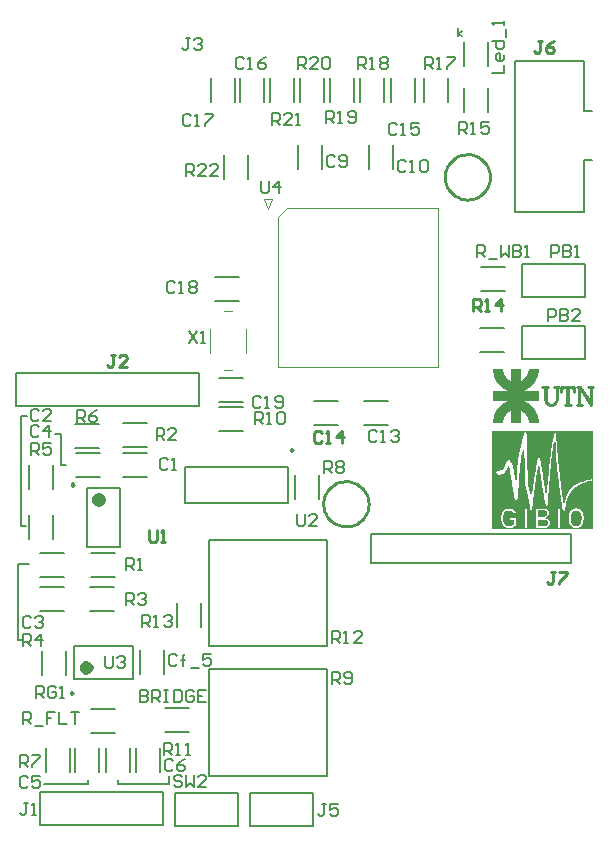
<source format=gto>
%FSLAX25Y25*%
%MOIN*%
G70*
G01*
G75*
%ADD10O,0.02756X0.09843*%
%ADD11R,0.05118X0.05906*%
%ADD12R,0.05906X0.05118*%
%ADD13R,0.05118X0.06299*%
%ADD14R,0.05906X0.01063*%
%ADD15R,0.01063X0.05906*%
%ADD16O,0.05906X0.02362*%
%ADD17O,0.02362X0.05906*%
%ADD18C,0.04000*%
%ADD19C,0.01000*%
%ADD20C,0.02000*%
%ADD21C,0.03000*%
%ADD22C,0.06299*%
%ADD23R,0.07000X0.07000*%
%ADD24C,0.07000*%
%ADD25C,0.07087*%
%ADD26R,0.07087X0.07087*%
%ADD27C,0.08661*%
%ADD28C,0.02400*%
%ADD29R,0.12598X0.08268*%
%ADD30R,0.03543X0.08268*%
%ADD31C,0.01500*%
%ADD32C,0.00984*%
%ADD33C,0.02362*%
%ADD34C,0.00787*%
%ADD35C,0.00500*%
%ADD36C,0.00055*%
%ADD37C,0.00073*%
%ADD38C,0.00614*%
%ADD39C,0.00400*%
D19*
X118602Y113484D02*
X118535Y114490D01*
X118334Y115478D01*
X118004Y116430D01*
X117549Y117329D01*
X116979Y118160D01*
X116303Y118908D01*
X115533Y119558D01*
X114683Y120101D01*
X113769Y120525D01*
X112807Y120824D01*
X111813Y120991D01*
X110805Y121025D01*
X109803Y120924D01*
X108822Y120690D01*
X107882Y120328D01*
X106998Y119844D01*
X106186Y119246D01*
X105462Y118545D01*
X104837Y117754D01*
X104324Y116887D01*
X103930Y115959D01*
X103664Y114987D01*
X103530Y113988D01*
Y112980D01*
X103664Y111981D01*
X103930Y111009D01*
X104324Y110082D01*
X104837Y109214D01*
X105462Y108423D01*
X106186Y107723D01*
X106998Y107125D01*
X107882Y106640D01*
X108822Y106278D01*
X109803Y106045D01*
X110805Y105944D01*
X111813Y105977D01*
X112807Y106145D01*
X113769Y106444D01*
X114683Y106868D01*
X115533Y107410D01*
X116303Y108061D01*
X116979Y108808D01*
X117549Y109639D01*
X118004Y110539D01*
X118334Y111491D01*
X118535Y112479D01*
X118602Y113484D01*
X159153Y222441D02*
X159086Y223447D01*
X158886Y224434D01*
X158555Y225386D01*
X158100Y226286D01*
X157530Y227117D01*
X156854Y227864D01*
X156084Y228515D01*
X155235Y229057D01*
X154320Y229482D01*
X153358Y229780D01*
X152364Y229948D01*
X151357Y229981D01*
X150354Y229881D01*
X149373Y229647D01*
X148433Y229285D01*
X147549Y228800D01*
X146738Y228203D01*
X146013Y227502D01*
X145388Y226711D01*
X144875Y225844D01*
X144481Y224916D01*
X144215Y223944D01*
X144081Y222945D01*
Y221937D01*
X144215Y220938D01*
X144481Y219966D01*
X144875Y219038D01*
X145388Y218171D01*
X146013Y217380D01*
X146738Y216679D01*
X147549Y216082D01*
X148433Y215597D01*
X149373Y215235D01*
X150354Y215001D01*
X151357Y214900D01*
X152364Y214934D01*
X153358Y215102D01*
X154320Y215400D01*
X155235Y215825D01*
X156084Y216367D01*
X156854Y217018D01*
X157530Y217765D01*
X158100Y218596D01*
X158555Y219496D01*
X158886Y220448D01*
X159086Y221435D01*
X159153Y222441D01*
X176583Y267877D02*
X175250D01*
X175917D01*
Y264544D01*
X175250Y263878D01*
X174584D01*
X173917Y264544D01*
X180582Y267877D02*
X179249Y267210D01*
X177916Y265877D01*
Y264544D01*
X178583Y263878D01*
X179915D01*
X180582Y264544D01*
Y265211D01*
X179915Y265877D01*
X177916D01*
X180717Y90810D02*
X179384D01*
X180051D01*
Y87477D01*
X179384Y86811D01*
X178718D01*
X178051Y87477D01*
X182050Y90810D02*
X184716D01*
Y90143D01*
X182050Y87477D01*
Y86811D01*
X34260Y162955D02*
X32927D01*
X33594D01*
Y159623D01*
X32927Y158957D01*
X32261D01*
X31594Y159623D01*
X38259Y158957D02*
X35593D01*
X38259Y161623D01*
Y162289D01*
X37593Y162955D01*
X36260D01*
X35593Y162289D01*
X45571Y104786D02*
Y101454D01*
X46237Y100787D01*
X47570D01*
X48237Y101454D01*
Y104786D01*
X49570Y100787D02*
X50902D01*
X50236D01*
Y104786D01*
X49570Y104120D01*
X102961Y137190D02*
X102295Y137857D01*
X100962D01*
X100295Y137190D01*
Y134525D01*
X100962Y133858D01*
X102295D01*
X102961Y134525D01*
X104294Y133858D02*
X105627D01*
X104960D01*
Y137857D01*
X104294Y137190D01*
X109626Y133858D02*
Y137857D01*
X107626Y135858D01*
X110292D01*
X153445Y177756D02*
Y181755D01*
X155444D01*
X156111Y181088D01*
Y179755D01*
X155444Y179089D01*
X153445D01*
X154778D02*
X156111Y177756D01*
X157444D02*
X158776D01*
X158110D01*
Y181755D01*
X157444Y181088D01*
X162775Y177756D02*
Y181755D01*
X160776Y179755D01*
X163442D01*
X177333Y152554D02*
Y148269D01*
X177619Y147412D01*
X178190Y146841D01*
X179047Y146555D01*
X179619D01*
X180475Y146841D01*
X181047Y147412D01*
X181333Y148269D01*
Y152554D01*
X177619D02*
Y148269D01*
X177905Y147412D01*
X178476Y146841D01*
X179047Y146555D01*
X176476Y152554D02*
X178476D01*
X180475D02*
X182189D01*
X184903D02*
Y146555D01*
X185189Y152554D02*
Y146555D01*
X183189Y152554D02*
X182904Y150840D01*
Y152554D01*
X187188D01*
Y150840D01*
X186903Y152554D01*
X184046Y146555D02*
X186046D01*
X188902Y152554D02*
Y146555D01*
X189188Y152554D02*
X192616Y147126D01*
X189188Y151982D02*
X192616Y146555D01*
Y152554D02*
Y146555D01*
X188045Y152554D02*
X189188D01*
X191759D02*
X193473D01*
X188045Y146555D02*
X189759D01*
D32*
X93504Y131496D02*
X92766Y131922D01*
Y131070D01*
X93504Y131496D01*
X20571Y119902D02*
X19833Y120328D01*
Y119475D01*
X20571Y119902D01*
X20059Y50492D02*
X19321Y50918D01*
Y50066D01*
X20059Y50492D01*
D33*
X29724Y114961D02*
X29280Y115884D01*
X28280Y116112D01*
X27479Y115473D01*
Y114448D01*
X28280Y113809D01*
X29280Y114037D01*
X29724Y114961D01*
X25689Y58957D02*
X25244Y59880D01*
X24245Y60108D01*
X23444Y59469D01*
Y58444D01*
X24245Y57805D01*
X25244Y58033D01*
X25689Y58957D01*
D34*
X57382Y113681D02*
Y125886D01*
X91634Y113681D02*
Y125886D01*
X57382Y113681D02*
X91634D01*
X57382Y125886D02*
X91634D01*
X167571Y210720D02*
Y261221D01*
X190271D01*
Y244291D02*
Y261221D01*
X167571Y210720D02*
X190271D01*
Y244291D02*
X193071D01*
X190271Y228150D02*
X193071D01*
X190271Y210720D02*
Y228150D01*
X61996Y146075D02*
Y157075D01*
X996D02*
X61996D01*
X996Y146075D02*
Y157075D01*
Y146075D02*
X61996D01*
X100165Y6213D02*
Y17213D01*
X79165D02*
X100165D01*
X79165Y6213D02*
Y17213D01*
Y6213D02*
X100165D01*
X54067D02*
Y17213D01*
Y6213D02*
X75067D01*
Y17213D01*
X54067D02*
X75067D01*
X9224Y6311D02*
Y17311D01*
Y6311D02*
X50224D01*
Y17311D01*
X9224D02*
X50224D01*
X169618Y182295D02*
Y193295D01*
Y182295D02*
X190618D01*
Y193295D01*
X169618D02*
X190618D01*
X169815Y161823D02*
Y172823D01*
Y161823D02*
X190815D01*
Y172823D01*
X169815D02*
X190815D01*
X24606Y99213D02*
Y118898D01*
X35630Y99213D02*
Y118898D01*
X24606D02*
X35630D01*
X24606Y99213D02*
X35630D01*
X20571Y55020D02*
X40256D01*
X20571Y66043D02*
X40256D01*
X20571Y55020D02*
Y66043D01*
X40256Y55020D02*
Y66043D01*
X104437Y13546D02*
X103104D01*
X103771D01*
Y10214D01*
X103104Y9547D01*
X102438D01*
X101772Y10214D01*
X108436Y13546D02*
X105770D01*
Y11547D01*
X107103Y12213D01*
X107770D01*
X108436Y11547D01*
Y10214D01*
X107770Y9547D01*
X106437D01*
X105770Y10214D01*
X42520Y51440D02*
Y47441D01*
X44519D01*
X45186Y48107D01*
Y48774D01*
X44519Y49440D01*
X42520D01*
X44519D01*
X45186Y50107D01*
Y50773D01*
X44519Y51440D01*
X42520D01*
X46518Y47441D02*
Y51440D01*
X48518D01*
X49184Y50773D01*
Y49440D01*
X48518Y48774D01*
X46518D01*
X47851D02*
X49184Y47441D01*
X50517Y51440D02*
X51850D01*
X51184D01*
Y47441D01*
X50517D01*
X51850D01*
X53849Y51440D02*
Y47441D01*
X55849D01*
X56515Y48107D01*
Y50773D01*
X55849Y51440D01*
X53849D01*
X60514Y50773D02*
X59847Y51440D01*
X58514D01*
X57848Y50773D01*
Y48107D01*
X58514Y47441D01*
X59847D01*
X60514Y48107D01*
Y49440D01*
X59181D01*
X64513Y51440D02*
X61847D01*
Y47441D01*
X64513D01*
X61847Y49440D02*
X63180D01*
X58661Y171026D02*
X61327Y167027D01*
Y171026D02*
X58661Y167027D01*
X62660D02*
X63993D01*
X63327D01*
Y171026D01*
X62660Y170360D01*
X82874Y221223D02*
Y217891D01*
X83540Y217224D01*
X84873D01*
X85540Y217891D01*
Y221223D01*
X88872Y217224D02*
Y221223D01*
X86873Y219224D01*
X89539D01*
X30610Y62660D02*
Y59328D01*
X31277Y58661D01*
X32610D01*
X33276Y59328D01*
Y62660D01*
X34609Y61994D02*
X35275Y62660D01*
X36608D01*
X37275Y61994D01*
Y61327D01*
X36608Y60661D01*
X35942D01*
X36608D01*
X37275Y59994D01*
Y59328D01*
X36608Y58661D01*
X35275D01*
X34609Y59328D01*
X94685Y110199D02*
Y106867D01*
X95351Y106201D01*
X96684D01*
X97351Y106867D01*
Y110199D01*
X101349Y106201D02*
X98684D01*
X101349Y108867D01*
Y109533D01*
X100683Y110199D01*
X99350D01*
X98684Y109533D01*
X56504Y22328D02*
X55838Y22995D01*
X54505D01*
X53839Y22328D01*
Y21662D01*
X54505Y20995D01*
X55838D01*
X56504Y20329D01*
Y19662D01*
X55838Y18996D01*
X54505D01*
X53839Y19662D01*
X57837Y22995D02*
Y18996D01*
X59170Y20329D01*
X60503Y18996D01*
Y22995D01*
X64502Y18996D02*
X61836D01*
X64502Y21662D01*
Y22328D01*
X63835Y22995D01*
X62502D01*
X61836Y22328D01*
X7874Y48819D02*
Y52818D01*
X9873D01*
X10540Y52151D01*
Y50818D01*
X9873Y50152D01*
X7874D01*
X9207D02*
X10540Y48819D01*
X14538Y52151D02*
X13872Y52818D01*
X12539D01*
X11873Y52151D01*
Y49485D01*
X12539Y48819D01*
X13872D01*
X14538Y49485D01*
Y50818D01*
X13206D01*
X15871Y48819D02*
X17204D01*
X16538D01*
Y52818D01*
X15871Y52151D01*
X3543Y40157D02*
Y44156D01*
X5543D01*
X6209Y43490D01*
Y42157D01*
X5543Y41490D01*
X3543D01*
X4876D02*
X6209Y40157D01*
X7542Y39491D02*
X10208D01*
X14207Y44156D02*
X11541D01*
Y42157D01*
X12874D01*
X11541D01*
Y40157D01*
X15539Y44156D02*
Y40157D01*
X18205D01*
X19538Y44156D02*
X22204D01*
X20871D01*
Y40157D01*
X57677Y222835D02*
Y226833D01*
X59676D01*
X60343Y226167D01*
Y224834D01*
X59676Y224167D01*
X57677D01*
X59010D02*
X60343Y222835D01*
X64342D02*
X61676D01*
X64342Y225500D01*
Y226167D01*
X63675Y226833D01*
X62342D01*
X61676Y226167D01*
X68340Y222835D02*
X65675D01*
X68340Y225500D01*
Y226167D01*
X67674Y226833D01*
X66341D01*
X65675Y226167D01*
X86319Y239665D02*
Y243664D01*
X88318D01*
X88985Y242998D01*
Y241665D01*
X88318Y240998D01*
X86319D01*
X87652D02*
X88985Y239665D01*
X92983D02*
X90318D01*
X92983Y242331D01*
Y242998D01*
X92317Y243664D01*
X90984D01*
X90318Y242998D01*
X94316Y239665D02*
X95649D01*
X94983D01*
Y243664D01*
X94316Y242998D01*
X94980Y258563D02*
Y262562D01*
X96980D01*
X97646Y261895D01*
Y260562D01*
X96980Y259896D01*
X94980D01*
X96313D02*
X97646Y258563D01*
X101645D02*
X98979D01*
X101645Y261229D01*
Y261895D01*
X100978Y262562D01*
X99646D01*
X98979Y261895D01*
X102978D02*
X103644Y262562D01*
X104977D01*
X105643Y261895D01*
Y259229D01*
X104977Y258563D01*
X103644D01*
X102978Y259229D01*
Y261895D01*
X104429Y240453D02*
Y244451D01*
X106429D01*
X107095Y243785D01*
Y242452D01*
X106429Y241786D01*
X104429D01*
X105762D02*
X107095Y240453D01*
X108428D02*
X109761D01*
X109094D01*
Y244451D01*
X108428Y243785D01*
X111760Y241119D02*
X112427Y240453D01*
X113760D01*
X114426Y241119D01*
Y243785D01*
X113760Y244451D01*
X112427D01*
X111760Y243785D01*
Y243119D01*
X112427Y242452D01*
X114426D01*
X115059Y258563D02*
Y262562D01*
X117058D01*
X117725Y261895D01*
Y260562D01*
X117058Y259896D01*
X115059D01*
X116392D02*
X117725Y258563D01*
X119058D02*
X120391D01*
X119724D01*
Y262562D01*
X119058Y261895D01*
X122390D02*
X123056Y262562D01*
X124389D01*
X125056Y261895D01*
Y261229D01*
X124389Y260562D01*
X125056Y259896D01*
Y259229D01*
X124389Y258563D01*
X123056D01*
X122390Y259229D01*
Y259896D01*
X123056Y260562D01*
X122390Y261229D01*
Y261895D01*
X123056Y260562D02*
X124389D01*
X137500Y258563D02*
Y262562D01*
X139499D01*
X140166Y261895D01*
Y260562D01*
X139499Y259896D01*
X137500D01*
X138833D02*
X140166Y258563D01*
X141499D02*
X142832D01*
X142165D01*
Y262562D01*
X141499Y261895D01*
X144831Y262562D02*
X147497D01*
Y261895D01*
X144831Y259229D01*
Y258563D01*
X148819Y236614D02*
Y240613D01*
X150818D01*
X151485Y239946D01*
Y238614D01*
X150818Y237947D01*
X148819D01*
X150152D02*
X151485Y236614D01*
X152818D02*
X154150D01*
X153484D01*
Y240613D01*
X152818Y239946D01*
X158816Y240613D02*
X156150D01*
Y238614D01*
X157483Y239280D01*
X158149D01*
X158816Y238614D01*
Y237281D01*
X158149Y236614D01*
X156816D01*
X156150Y237281D01*
X43209Y72539D02*
Y76538D01*
X45208D01*
X45875Y75872D01*
Y74539D01*
X45208Y73872D01*
X43209D01*
X44542D02*
X45875Y72539D01*
X47207D02*
X48540D01*
X47874D01*
Y76538D01*
X47207Y75872D01*
X50540D02*
X51206Y76538D01*
X52539D01*
X53205Y75872D01*
Y75205D01*
X52539Y74539D01*
X51872D01*
X52539D01*
X53205Y73872D01*
Y73206D01*
X52539Y72539D01*
X51206D01*
X50540Y73206D01*
X50492Y29724D02*
Y33723D01*
X52491D01*
X53158Y33057D01*
Y31724D01*
X52491Y31057D01*
X50492D01*
X51825D02*
X53158Y29724D01*
X54491D02*
X55824D01*
X55157D01*
Y33723D01*
X54491Y33057D01*
X57823Y29724D02*
X59156D01*
X58490D01*
Y33723D01*
X57823Y33057D01*
X80905Y140059D02*
Y144058D01*
X82905D01*
X83571Y143391D01*
Y142058D01*
X82905Y141392D01*
X80905D01*
X82238D02*
X83571Y140059D01*
X84904D02*
X86237D01*
X85571D01*
Y144058D01*
X84904Y143391D01*
X88236D02*
X88903Y144058D01*
X90236D01*
X90902Y143391D01*
Y140726D01*
X90236Y140059D01*
X88903D01*
X88236Y140726D01*
Y143391D01*
X103839Y123917D02*
Y127916D01*
X105838D01*
X106504Y127250D01*
Y125917D01*
X105838Y125250D01*
X103839D01*
X105172D02*
X106504Y123917D01*
X107837Y127250D02*
X108504Y127916D01*
X109837D01*
X110503Y127250D01*
Y126583D01*
X109837Y125917D01*
X110503Y125250D01*
Y124584D01*
X109837Y123917D01*
X108504D01*
X107837Y124584D01*
Y125250D01*
X108504Y125917D01*
X107837Y126583D01*
Y127250D01*
X108504Y125917D02*
X109837D01*
X2559Y25787D02*
Y29786D01*
X4558D01*
X5225Y29120D01*
Y27787D01*
X4558Y27120D01*
X2559D01*
X3892D02*
X5225Y25787D01*
X6558Y29786D02*
X9224D01*
Y29120D01*
X6558Y26454D01*
Y25787D01*
X21555Y140847D02*
Y144845D01*
X23554D01*
X24221Y144179D01*
Y142846D01*
X23554Y142179D01*
X21555D01*
X22888D02*
X24221Y140847D01*
X28220Y144845D02*
X26887Y144179D01*
X25554Y142846D01*
Y141513D01*
X26220Y140847D01*
X27553D01*
X28220Y141513D01*
Y142179D01*
X27553Y142846D01*
X25554D01*
X6004Y129921D02*
Y133920D01*
X8003D01*
X8670Y133254D01*
Y131921D01*
X8003Y131254D01*
X6004D01*
X7337D02*
X8670Y129921D01*
X12668Y133920D02*
X10003D01*
Y131921D01*
X11336Y132587D01*
X12002D01*
X12668Y131921D01*
Y130588D01*
X12002Y129921D01*
X10669D01*
X10003Y130588D01*
X3347Y66043D02*
Y70042D01*
X5346D01*
X6012Y69376D01*
Y68043D01*
X5346Y67376D01*
X3347D01*
X4679D02*
X6012Y66043D01*
X9345D02*
Y70042D01*
X7345Y68043D01*
X10011D01*
X37697Y79823D02*
Y83822D01*
X39696D01*
X40363Y83155D01*
Y81822D01*
X39696Y81156D01*
X37697D01*
X39030D02*
X40363Y79823D01*
X41696Y83155D02*
X42362Y83822D01*
X43695D01*
X44361Y83155D01*
Y82489D01*
X43695Y81822D01*
X43029D01*
X43695D01*
X44361Y81156D01*
Y80489D01*
X43695Y79823D01*
X42362D01*
X41696Y80489D01*
X47933Y134843D02*
Y138841D01*
X49932D01*
X50599Y138175D01*
Y136842D01*
X49932Y136175D01*
X47933D01*
X49266D02*
X50599Y134843D01*
X54598D02*
X51932D01*
X54598Y137508D01*
Y138175D01*
X53931Y138841D01*
X52598D01*
X51932Y138175D01*
X37894Y91339D02*
Y95337D01*
X39893D01*
X40560Y94671D01*
Y93338D01*
X39893Y92672D01*
X37894D01*
X39227D02*
X40560Y91339D01*
X41892D02*
X43225D01*
X42559D01*
Y95337D01*
X41892Y94671D01*
X159879Y257087D02*
X163878D01*
Y259752D01*
Y263085D02*
Y261752D01*
X163212Y261085D01*
X161879D01*
X161212Y261752D01*
Y263085D01*
X161879Y263751D01*
X162545D01*
Y261085D01*
X159879Y267750D02*
X163878D01*
Y265751D01*
X163212Y265084D01*
X161879D01*
X161212Y265751D01*
Y267750D01*
X164544Y269083D02*
Y271748D01*
X163878Y273081D02*
Y274414D01*
Y273748D01*
X159879D01*
X160546Y273081D01*
X59063Y268861D02*
X57731D01*
X58397D01*
Y265529D01*
X57731Y264862D01*
X57064D01*
X56398Y265529D01*
X60396Y268195D02*
X61063Y268861D01*
X62396D01*
X63062Y268195D01*
Y267528D01*
X62396Y266862D01*
X61729D01*
X62396D01*
X63062Y266195D01*
Y265529D01*
X62396Y264862D01*
X61063D01*
X60396Y265529D01*
X54733Y62880D02*
X54066Y63546D01*
X52733D01*
X52067Y62880D01*
Y60214D01*
X52733Y59547D01*
X54066D01*
X54733Y60214D01*
X56732Y59547D02*
Y62880D01*
Y61547D01*
X56066D01*
X57398D01*
X56732D01*
Y62880D01*
X57398Y63546D01*
X59398Y58881D02*
X62064D01*
X66062Y63546D02*
X63397D01*
Y61547D01*
X64729Y62213D01*
X65396D01*
X66062Y61547D01*
Y60214D01*
X65396Y59547D01*
X64063D01*
X63397Y60214D01*
X82686Y148608D02*
X82019Y149274D01*
X80686D01*
X80020Y148608D01*
Y145942D01*
X80686Y145276D01*
X82019D01*
X82686Y145942D01*
X84018Y145276D02*
X85351D01*
X84685D01*
Y149274D01*
X84018Y148608D01*
X87351Y145942D02*
X88017Y145276D01*
X89350D01*
X90017Y145942D01*
Y148608D01*
X89350Y149274D01*
X88017D01*
X87351Y148608D01*
Y147941D01*
X88017Y147275D01*
X90017D01*
X54044Y186994D02*
X53377Y187660D01*
X52044D01*
X51378Y186994D01*
Y184328D01*
X52044Y183661D01*
X53377D01*
X54044Y184328D01*
X55377Y183661D02*
X56710D01*
X56043D01*
Y187660D01*
X55377Y186994D01*
X58709D02*
X59375Y187660D01*
X60708D01*
X61375Y186994D01*
Y186327D01*
X60708Y185661D01*
X61375Y184994D01*
Y184328D01*
X60708Y183661D01*
X59375D01*
X58709Y184328D01*
Y184994D01*
X59375Y185661D01*
X58709Y186327D01*
Y186994D01*
X59375Y185661D02*
X60708D01*
X59556Y242801D02*
X58889Y243467D01*
X57556D01*
X56890Y242801D01*
Y240135D01*
X57556Y239469D01*
X58889D01*
X59556Y240135D01*
X60888Y239469D02*
X62221D01*
X61555D01*
Y243467D01*
X60888Y242801D01*
X64221Y243467D02*
X66887D01*
Y242801D01*
X64221Y240135D01*
Y239469D01*
X77174Y261895D02*
X76507Y262562D01*
X75174D01*
X74508Y261895D01*
Y259229D01*
X75174Y258563D01*
X76507D01*
X77174Y259229D01*
X78507Y258563D02*
X79839D01*
X79173D01*
Y262562D01*
X78507Y261895D01*
X84505Y262562D02*
X83172Y261895D01*
X81839Y260562D01*
Y259229D01*
X82505Y258563D01*
X83838D01*
X84505Y259229D01*
Y259896D01*
X83838Y260562D01*
X81839D01*
X128158Y239750D02*
X127491Y240416D01*
X126159D01*
X125492Y239750D01*
Y237084D01*
X126159Y236417D01*
X127491D01*
X128158Y237084D01*
X129491Y236417D02*
X130824D01*
X130157D01*
Y240416D01*
X129491Y239750D01*
X135489Y240416D02*
X132823D01*
Y238417D01*
X134156Y239083D01*
X134822D01*
X135489Y238417D01*
Y237084D01*
X134822Y236417D01*
X133490D01*
X132823Y237084D01*
X121563Y137387D02*
X120897Y138054D01*
X119564D01*
X118898Y137387D01*
Y134722D01*
X119564Y134055D01*
X120897D01*
X121563Y134722D01*
X122896Y134055D02*
X124229D01*
X123563D01*
Y138054D01*
X122896Y137387D01*
X126229D02*
X126895Y138054D01*
X128228D01*
X128894Y137387D01*
Y136721D01*
X128228Y136055D01*
X127561D01*
X128228D01*
X128894Y135388D01*
Y134722D01*
X128228Y134055D01*
X126895D01*
X126229Y134722D01*
X131209Y227446D02*
X130543Y228113D01*
X129210D01*
X128543Y227446D01*
Y224781D01*
X129210Y224114D01*
X130543D01*
X131209Y224781D01*
X132542Y224114D02*
X133875D01*
X133209D01*
Y228113D01*
X132542Y227446D01*
X135874D02*
X136541Y228113D01*
X137874D01*
X138540Y227446D01*
Y224781D01*
X137874Y224114D01*
X136541D01*
X135874Y224781D01*
Y227446D01*
X107587Y229120D02*
X106921Y229786D01*
X105588D01*
X104921Y229120D01*
Y226454D01*
X105588Y225787D01*
X106921D01*
X107587Y226454D01*
X108920D02*
X109586Y225787D01*
X110919D01*
X111586Y226454D01*
Y229120D01*
X110919Y229786D01*
X109586D01*
X108920Y229120D01*
Y228453D01*
X109586Y227787D01*
X111586D01*
X53453Y27742D02*
X52787Y28408D01*
X51454D01*
X50787Y27742D01*
Y25076D01*
X51454Y24409D01*
X52787D01*
X53453Y25076D01*
X57452Y28408D02*
X56119Y27742D01*
X54786Y26409D01*
Y25076D01*
X55453Y24409D01*
X56786D01*
X57452Y25076D01*
Y25742D01*
X56786Y26409D01*
X54786D01*
X5028Y22230D02*
X4361Y22896D01*
X3029D01*
X2362Y22230D01*
Y19564D01*
X3029Y18898D01*
X4361D01*
X5028Y19564D01*
X9027Y22896D02*
X6361D01*
Y20897D01*
X7694Y21563D01*
X8360D01*
X9027Y20897D01*
Y19564D01*
X8360Y18898D01*
X7027D01*
X6361Y19564D01*
X8867Y138962D02*
X8200Y139629D01*
X6867D01*
X6201Y138962D01*
Y136296D01*
X6867Y135630D01*
X8200D01*
X8867Y136296D01*
X12199Y135630D02*
Y139629D01*
X10199Y137629D01*
X12865D01*
X6111Y75576D02*
X5444Y76243D01*
X4111D01*
X3445Y75576D01*
Y72910D01*
X4111Y72244D01*
X5444D01*
X6111Y72910D01*
X7444Y75576D02*
X8110Y76243D01*
X9443D01*
X10109Y75576D01*
Y74910D01*
X9443Y74243D01*
X8777D01*
X9443D01*
X10109Y73577D01*
Y72910D01*
X9443Y72244D01*
X8110D01*
X7444Y72910D01*
X8867Y144376D02*
X8200Y145042D01*
X6867D01*
X6201Y144376D01*
Y141710D01*
X6867Y141043D01*
X8200D01*
X8867Y141710D01*
X12865Y141043D02*
X10199D01*
X12865Y143709D01*
Y144376D01*
X12199Y145042D01*
X10866D01*
X10199Y144376D01*
X51682Y128135D02*
X51015Y128802D01*
X49682D01*
X49016Y128135D01*
Y125470D01*
X49682Y124803D01*
X51015D01*
X51682Y125470D01*
X53014Y124803D02*
X54347D01*
X53681D01*
Y128802D01*
X53014Y128135D01*
X106595Y53445D02*
Y57444D01*
X108594D01*
X109260Y56777D01*
Y55444D01*
X108594Y54778D01*
X106595D01*
X107927D02*
X109260Y53445D01*
X110593Y54111D02*
X111260Y53445D01*
X112593D01*
X113259Y54111D01*
Y56777D01*
X112593Y57444D01*
X111260D01*
X110593Y56777D01*
Y56111D01*
X111260Y55444D01*
X113259D01*
X106595Y67126D02*
Y71125D01*
X108594D01*
X109260Y70458D01*
Y69125D01*
X108594Y68459D01*
X106595D01*
X107927D02*
X109260Y67126D01*
X110593D02*
X111926D01*
X111260D01*
Y71125D01*
X110593Y70458D01*
X116591Y67126D02*
X113926D01*
X116591Y69792D01*
Y70458D01*
X115925Y71125D01*
X114592D01*
X113926Y70458D01*
X154626Y195768D02*
Y199766D01*
X156625D01*
X157292Y199100D01*
Y197767D01*
X156625Y197101D01*
X154626D01*
X155959D02*
X157292Y195768D01*
X158625Y195101D02*
X161291D01*
X162623Y199766D02*
Y195768D01*
X163956Y197101D01*
X165289Y195768D01*
Y199766D01*
X166622D02*
Y195768D01*
X168622D01*
X169288Y196434D01*
Y197101D01*
X168622Y197767D01*
X166622D01*
X168622D01*
X169288Y198433D01*
Y199100D01*
X168622Y199766D01*
X166622D01*
X170621Y195768D02*
X171954D01*
X171287D01*
Y199766D01*
X170621Y199100D01*
X5028Y13743D02*
X3695D01*
X4361D01*
Y10411D01*
X3695Y9744D01*
X3029D01*
X2362Y10411D01*
X6361Y9744D02*
X7694D01*
X7027D01*
Y13743D01*
X6361Y13076D01*
X179528Y195768D02*
Y199766D01*
X181527D01*
X182193Y199100D01*
Y197767D01*
X181527Y197101D01*
X179528D01*
X183526Y199766D02*
Y195768D01*
X185526D01*
X186192Y196434D01*
Y197101D01*
X185526Y197767D01*
X183526D01*
X185526D01*
X186192Y198433D01*
Y199100D01*
X185526Y199766D01*
X183526D01*
X187525Y195768D02*
X188858D01*
X188191D01*
Y199766D01*
X187525Y199100D01*
X178543Y174409D02*
Y178408D01*
X180543D01*
X181209Y177742D01*
Y176409D01*
X180543Y175742D01*
X178543D01*
X182542Y178408D02*
Y174409D01*
X184541D01*
X185208Y175076D01*
Y175742D01*
X184541Y176409D01*
X182542D01*
X184541D01*
X185208Y177075D01*
Y177742D01*
X184541Y178408D01*
X182542D01*
X189207Y174409D02*
X186541D01*
X189207Y177075D01*
Y177742D01*
X188540Y178408D01*
X187207D01*
X186541Y177742D01*
X148524Y269291D02*
Y272046D01*
Y270210D02*
X149901Y271128D01*
X148524Y270210D02*
X149901Y269291D01*
D35*
X100528Y147898D02*
X108528D01*
X100528Y139898D02*
X108528D01*
X36650Y122280D02*
X44650D01*
X36650Y130280D02*
X44650D01*
X5350Y101807D02*
Y109807D01*
X13350Y101807D02*
Y109807D01*
X9091Y77791D02*
X17091D01*
X9091Y85791D02*
X17091D01*
X21000Y122280D02*
X29000D01*
X21000Y130280D02*
X29000D01*
X28902Y24248D02*
Y32248D01*
X20902Y24248D02*
Y32248D01*
X31138Y24248D02*
Y32248D01*
X39138Y24248D02*
Y32248D01*
X103213Y225134D02*
Y233134D01*
X95213Y225134D02*
Y233134D01*
X118835Y225134D02*
Y233134D01*
X126835Y225134D02*
Y233134D01*
X116965Y147898D02*
X124965D01*
X116965Y139898D02*
X124965D01*
X134118Y247575D02*
Y255575D01*
X126118Y247575D02*
Y255575D01*
X75921Y247575D02*
Y255575D01*
X83921Y247575D02*
Y255575D01*
X74079Y247575D02*
Y255575D01*
X66079Y247575D02*
Y255575D01*
X67358Y189138D02*
X75358D01*
X67358Y181138D02*
X75358D01*
X68638Y155378D02*
X76638D01*
X68638Y147378D02*
X76638D01*
X50457Y56630D02*
Y64630D01*
X42457Y56630D02*
Y64630D01*
X155842Y164110D02*
X163842D01*
X155842Y172110D02*
X163842D01*
X155941Y192583D02*
X163941D01*
X155941Y184583D02*
X163941D01*
X26020Y97209D02*
X34020D01*
X26020Y89209D02*
X34020D01*
X36650Y132516D02*
X44650D01*
X36650Y140516D02*
X44650D01*
X25626Y77791D02*
X33626D01*
X25626Y85791D02*
X33626D01*
X9091Y89209D02*
X17091D01*
X9091Y97209D02*
X17091D01*
X13350Y118342D02*
Y126342D01*
X5350Y118342D02*
Y126342D01*
X20902Y140122D02*
X28902D01*
X20902Y132122D02*
X28902D01*
X19059Y24248D02*
Y32248D01*
X11059Y24248D02*
Y32248D01*
X102032Y115193D02*
Y123193D01*
X94032Y115193D02*
Y123193D01*
X68835Y145732D02*
X76835D01*
X68835Y137732D02*
X76835D01*
X48980Y24248D02*
Y32248D01*
X40980Y24248D02*
Y32248D01*
X54661Y72378D02*
Y80378D01*
X62661Y72378D02*
Y80378D01*
X150429Y244032D02*
Y252031D01*
X158429Y244032D02*
Y252031D01*
X136945Y247575D02*
Y255575D01*
X144945Y247575D02*
Y255575D01*
X123685Y247378D02*
Y255378D01*
X115685Y247378D02*
Y255378D01*
X105842Y247575D02*
Y255575D01*
X113842Y247575D02*
Y255575D01*
X103606Y247575D02*
Y255575D01*
X95606Y247575D02*
Y255575D01*
X85764Y247575D02*
Y255575D01*
X93764Y247575D02*
Y255575D01*
X78508Y221886D02*
Y229886D01*
X70508Y221886D02*
Y229886D01*
X26020Y45240D02*
X34020D01*
X26020Y37240D02*
X34020D01*
X9878Y56532D02*
Y64531D01*
X17878Y56532D02*
Y64531D01*
X50724Y37339D02*
X58724D01*
X50724Y45339D02*
X58724D01*
X150429Y259386D02*
Y267386D01*
X158429Y259386D02*
Y267386D01*
D36*
X160160Y158437D02*
X163117D01*
X166075D02*
X169033D01*
X172045D02*
X175003D01*
X160160Y158383D02*
X163117D01*
X166075D02*
X169033D01*
X171991D02*
X175003D01*
X160160Y158328D02*
X163117D01*
X166075D02*
X169033D01*
X171991D02*
X175003D01*
X160160Y158273D02*
X163117D01*
X166075D02*
X169033D01*
X171991D02*
X175003D01*
X160160Y158218D02*
X163117D01*
X166075D02*
X169033D01*
X171991D02*
X174948D01*
X160160Y158164D02*
X163172D01*
X166075D02*
X169033D01*
X171991D02*
X174948D01*
X160160Y158109D02*
X163172D01*
X166075D02*
X169033D01*
X171991D02*
X174948D01*
X160160Y158054D02*
X163172D01*
X166075D02*
X169033D01*
X171991D02*
X174948D01*
X160160Y157999D02*
X163172D01*
X166075D02*
X169033D01*
X171991D02*
X174948D01*
X160160Y157945D02*
X163172D01*
X166075D02*
X169033D01*
X171936D02*
X174948D01*
X160160Y157890D02*
X163172D01*
X166075D02*
X169033D01*
X171936D02*
X174948D01*
X160160Y157835D02*
X163172D01*
X166075D02*
X169033D01*
X171936D02*
X174948D01*
X160160Y157780D02*
X163172D01*
X166075D02*
X169033D01*
X171936D02*
X174948D01*
X160160Y157725D02*
X163227D01*
X166075D02*
X169033D01*
X171936D02*
X174948D01*
X160160Y157671D02*
X163227D01*
X166075D02*
X169033D01*
X171936D02*
X174948D01*
X160214Y157616D02*
X163227D01*
X166075D02*
X169033D01*
X171881D02*
X174948D01*
X160214Y157561D02*
X163227D01*
X166075D02*
X169033D01*
X171881D02*
X174948D01*
X160214Y157506D02*
X163282D01*
X166075D02*
X169033D01*
X171881D02*
X174893D01*
X160214Y157451D02*
X163282D01*
X166075D02*
X169033D01*
X171881D02*
X174893D01*
X160214Y157397D02*
X163282D01*
X166075D02*
X169033D01*
X171826D02*
X174893D01*
X160214Y157342D02*
X163282D01*
X166075D02*
X169033D01*
X171826D02*
X174893D01*
X160214Y157287D02*
X163336D01*
X166075D02*
X169033D01*
X171826D02*
X174893D01*
X160269Y157232D02*
X163336D01*
X166075D02*
X169033D01*
X171826D02*
X174893D01*
X160269Y157178D02*
X163336D01*
X166075D02*
X169033D01*
X171772D02*
X174893D01*
X160269Y157123D02*
X163336D01*
X166075D02*
X169033D01*
X171772D02*
X174839D01*
X160269Y157068D02*
X163391D01*
X166075D02*
X169033D01*
X171772D02*
X174839D01*
X160269Y157013D02*
X163391D01*
X166075D02*
X169033D01*
X171717D02*
X174839D01*
X160324Y156959D02*
X163391D01*
X166075D02*
X169033D01*
X171717D02*
X174839D01*
X160324Y156904D02*
X163446D01*
X166075D02*
X169033D01*
X171717D02*
X174839D01*
X160324Y156849D02*
X163446D01*
X166075D02*
X169033D01*
X171662D02*
X174784D01*
X160324Y156794D02*
X163501D01*
X166075D02*
X169033D01*
X171662D02*
X174784D01*
X160379Y156739D02*
X163501D01*
X166075D02*
X169033D01*
X171607D02*
X174784D01*
X160379Y156685D02*
X163501D01*
X166075D02*
X169033D01*
X171607D02*
X174784D01*
X160379Y156630D02*
X163556D01*
X166075D02*
X169033D01*
X171552D02*
X174729D01*
X160379Y156575D02*
X163556D01*
X166075D02*
X169033D01*
X171552D02*
X174729D01*
X160433Y156520D02*
X163610D01*
X166075D02*
X169033D01*
X171498D02*
X174729D01*
X160433Y156466D02*
X163665D01*
X166075D02*
X169033D01*
X171498D02*
X174729D01*
X160433Y156411D02*
X163665D01*
X166075D02*
X169033D01*
X171443D02*
X174674D01*
X160433Y156356D02*
X163720D01*
X166075D02*
X169033D01*
X171443D02*
X174674D01*
X160488Y156301D02*
X163720D01*
X166075D02*
X169033D01*
X171388D02*
X174674D01*
X160488Y156246D02*
X163775D01*
X166075D02*
X169033D01*
X171388D02*
X174620D01*
X160488Y156192D02*
X163775D01*
X166075D02*
X169033D01*
X171333D02*
X174620D01*
X160543Y156137D02*
X163829D01*
X166075D02*
X169033D01*
X171279D02*
X174620D01*
X160543Y156082D02*
X163884D01*
X166075D02*
X169033D01*
X171279D02*
X174565D01*
X160543Y156027D02*
X163884D01*
X166075D02*
X169033D01*
X171224D02*
X174565D01*
X160598Y155973D02*
X163939D01*
X166075D02*
X169033D01*
X171169D02*
X174565D01*
X160598Y155918D02*
X163994D01*
X166075D02*
X169033D01*
X171114D02*
X174510D01*
X160598Y155863D02*
X164049D01*
X166075D02*
X169033D01*
X171114D02*
X174510D01*
X160652Y155808D02*
X164049D01*
X166075D02*
X169033D01*
X171059D02*
X174510D01*
X160652Y155754D02*
X164103D01*
X166020D02*
X169033D01*
X171005D02*
X174455D01*
X160707Y155699D02*
X164158D01*
X166020D02*
X169033D01*
X170950D02*
X174455D01*
X160707Y155644D02*
X164213D01*
X166020D02*
X169088D01*
X170895D02*
X174401D01*
X160707Y155589D02*
X164268D01*
X166020D02*
X169088D01*
X170895D02*
X174401D01*
X160762Y155535D02*
X164322D01*
X166020D02*
X169088D01*
X170840D02*
X174401D01*
X160762Y155480D02*
X164322D01*
X166020D02*
X169088D01*
X170786D02*
X174346D01*
X160817Y155425D02*
X164377D01*
X166020D02*
X169088D01*
X170731D02*
X174346D01*
X160817Y155370D02*
X164432D01*
X166020D02*
X169088D01*
X170676D02*
X174291D01*
X160872Y155315D02*
X164487D01*
X166020D02*
X169088D01*
X170621D02*
X174291D01*
X160872Y155261D02*
X164541D01*
X166020D02*
X169088D01*
X170566D02*
X174236D01*
X160926Y155206D02*
X164596D01*
X166020D02*
X169088D01*
X170512D02*
X174236D01*
X160926Y155151D02*
X164651D01*
X166020D02*
X169088D01*
X170457D02*
X174181D01*
X160981Y155096D02*
X164760D01*
X166020D02*
X169088D01*
X170347D02*
X174181D01*
X160981Y155042D02*
X164815D01*
X166020D02*
X169088D01*
X170293D02*
X174127D01*
X161036Y154987D02*
X164870D01*
X166020D02*
X169088D01*
X170238D02*
X174127D01*
X161036Y154932D02*
X164925D01*
X166020D02*
X169088D01*
X170183D02*
X174072D01*
X161091Y154877D02*
X165034D01*
X166020D02*
X169088D01*
X170073D02*
X174017D01*
X161091Y154822D02*
X165089D01*
X166020D02*
X169088D01*
X170019D02*
X174017D01*
X161145Y154768D02*
X165199D01*
X166020D02*
X169088D01*
X169909D02*
X173962D01*
X161200Y154713D02*
X165308D01*
X166020D02*
X169088D01*
X169854D02*
X173962D01*
X161200Y154658D02*
X165363D01*
X166020D02*
X169088D01*
X169745D02*
X173908D01*
X161255Y154603D02*
X165473D01*
X166020D02*
X169088D01*
X169635D02*
X173853D01*
X161255Y154549D02*
X165582D01*
X166020D02*
X169088D01*
X169526D02*
X173853D01*
X161310Y154494D02*
X165692D01*
X166020D02*
X169088D01*
X169416D02*
X173798D01*
X161365Y154439D02*
X165801D01*
X166020D02*
X169088D01*
X169307D02*
X173798D01*
X161365Y154384D02*
X165911D01*
X166020D02*
X169088D01*
X169197D02*
X173743D01*
X161419Y154330D02*
X173688D01*
X161474Y154275D02*
X173688D01*
X161474Y154220D02*
X173634D01*
X161529Y154165D02*
X173579D01*
X161584Y154110D02*
X173524D01*
X161638Y154056D02*
X173524D01*
X161638Y154001D02*
X173469D01*
X161693Y153946D02*
X173415D01*
X161748Y153891D02*
X173360D01*
X161803Y153837D02*
X173305D01*
X161857Y153782D02*
X173305D01*
X161857Y153727D02*
X173250D01*
X161912Y153672D02*
X173196D01*
X161967Y153617D02*
X173141D01*
X162022Y153563D02*
X173086D01*
X162077Y153508D02*
X173031D01*
X162131Y153453D02*
X172977D01*
X162186Y153398D02*
X172922D01*
X162241Y153343D02*
X172867D01*
X162296Y153289D02*
X172812D01*
X162350Y153234D02*
X172757D01*
X162405Y153179D02*
X172703D01*
X162460Y153124D02*
X172648D01*
X162515Y153070D02*
X172593D01*
X162570Y153015D02*
X172538D01*
X162624Y152960D02*
X172484D01*
X162679Y152905D02*
X172429D01*
X162734Y152851D02*
X172374D01*
X162844Y152796D02*
X172319D01*
X162898Y152741D02*
X172210D01*
X162953Y152686D02*
X172155D01*
X163008Y152631D02*
X172100D01*
X163117Y152577D02*
X172045D01*
X163172Y152522D02*
X171936D01*
X163227Y152467D02*
X171881D01*
X163336Y152412D02*
X171826D01*
X163391Y152358D02*
X171717D01*
X163501Y152303D02*
X171662D01*
X163556Y152248D02*
X171552D01*
X163665Y152193D02*
X171498D01*
X163720Y152139D02*
X171388D01*
X163829Y152084D02*
X171279D01*
X163939Y152029D02*
X171224D01*
X164049Y151974D02*
X171114D01*
X164103Y151919D02*
X171005D01*
X164213Y151865D02*
X170895D01*
X164322Y151810D02*
X170786D01*
X164432Y151755D02*
X170676D01*
X164596Y151700D02*
X170566D01*
X164706Y151646D02*
X170402D01*
X164870Y151591D02*
X170293D01*
X164980Y151536D02*
X170128D01*
X165144Y151481D02*
X170019D01*
X165308Y151426D02*
X169854D01*
X165473Y151372D02*
X169635D01*
X165637Y151317D02*
X169471D01*
X165856Y151262D02*
X169252D01*
X166020Y151207D02*
X169142D01*
X166020Y151153D02*
X169088D01*
X164377Y151098D02*
X170731D01*
X160160Y151043D02*
X174948D01*
X160160Y150988D02*
X174948D01*
X160160Y150934D02*
X174948D01*
X160160Y150879D02*
X174948D01*
X160160Y150824D02*
X174948D01*
X160160Y150769D02*
X174948D01*
X160160Y150715D02*
X174948D01*
X160160Y150660D02*
X174948D01*
X160160Y150605D02*
X174948D01*
X160160Y150550D02*
X174948D01*
X160160Y150495D02*
X174948D01*
X160160Y150441D02*
X174948D01*
X160160Y150386D02*
X174948D01*
X160160Y150331D02*
X174948D01*
X160160Y150276D02*
X174948D01*
X160160Y150222D02*
X174948D01*
X160160Y150167D02*
X174948D01*
X160160Y150112D02*
X174948D01*
X160160Y150057D02*
X174948D01*
X160160Y150002D02*
X174948D01*
X160160Y149948D02*
X174948D01*
X160160Y149893D02*
X174948D01*
X160160Y149838D02*
X174948D01*
X160160Y149783D02*
X174948D01*
X160160Y149729D02*
X174948D01*
X160160Y149674D02*
X174948D01*
X160160Y149619D02*
X174948D01*
X160160Y149564D02*
X174948D01*
X160160Y149509D02*
X174948D01*
X160160Y149455D02*
X174948D01*
X160160Y149400D02*
X174948D01*
X160160Y149345D02*
X174948D01*
X160160Y149290D02*
X174948D01*
X160160Y149236D02*
X174948D01*
X160160Y149181D02*
X174948D01*
X160160Y149126D02*
X174948D01*
X160160Y149071D02*
X174948D01*
X160160Y149016D02*
X174948D01*
X160160Y148962D02*
X174948D01*
X160160Y148907D02*
X174948D01*
X160160Y148852D02*
X174948D01*
X160160Y148797D02*
X174948D01*
X160160Y148743D02*
X174948D01*
X160160Y148688D02*
X174948D01*
X160160Y148633D02*
X174948D01*
X160160Y148578D02*
X174948D01*
X160160Y148523D02*
X174948D01*
X160160Y148469D02*
X174948D01*
X160160Y148414D02*
X174948D01*
X160160Y148359D02*
X174948D01*
X160160Y148304D02*
X174948D01*
X160160Y148250D02*
X174948D01*
X160160Y148195D02*
X174948D01*
X164706Y148140D02*
X170621D01*
X166020Y148085D02*
X169088D01*
X166020Y148031D02*
X169142D01*
X165965Y147976D02*
X169252D01*
X165692Y147921D02*
X169416D01*
X165527Y147866D02*
X169635D01*
X165363Y147811D02*
X169800D01*
X165199Y147757D02*
X169964D01*
X165034Y147702D02*
X170128D01*
X164870Y147647D02*
X170293D01*
X164760Y147592D02*
X170402D01*
X164596Y147538D02*
X170566D01*
X164487Y147483D02*
X170676D01*
X164377Y147428D02*
X170786D01*
X164268Y147373D02*
X170895D01*
X164158Y147318D02*
X171005D01*
X164049Y147264D02*
X171114D01*
X163939Y147209D02*
X171224D01*
X163884Y147154D02*
X171279D01*
X163775Y147099D02*
X171388D01*
X163665Y147045D02*
X171498D01*
X163610Y146990D02*
X171552D01*
X163501Y146935D02*
X171662D01*
X163446Y146880D02*
X171717D01*
X163336Y146826D02*
X171826D01*
X163282Y146771D02*
X171881D01*
X163172Y146716D02*
X171991D01*
X163117Y146661D02*
X172045D01*
X163063Y146607D02*
X172100D01*
X163008Y146552D02*
X172155D01*
X162898Y146497D02*
X172264D01*
X162844Y146442D02*
X172319D01*
X162789Y146387D02*
X172374D01*
X162734Y146333D02*
X172429D01*
X162679Y146278D02*
X172484D01*
X162624Y146223D02*
X172538D01*
X162515Y146168D02*
X172648D01*
X162460Y146114D02*
X172703D01*
X162405Y146059D02*
X172757D01*
X162350Y146004D02*
X172812D01*
X162296Y145949D02*
X172867D01*
X162241Y145894D02*
X172922D01*
X162186Y145840D02*
X172977D01*
X162131Y145785D02*
X172977D01*
X162131Y145730D02*
X173031D01*
X162077Y145675D02*
X173086D01*
X162022Y145621D02*
X173141D01*
X161967Y145566D02*
X173196D01*
X161912Y145511D02*
X173250D01*
X161857Y145456D02*
X173305D01*
X161803Y145402D02*
X173360D01*
X161748Y145347D02*
X173360D01*
X161748Y145292D02*
X173415D01*
X161693Y145237D02*
X173469D01*
X161638Y145182D02*
X173524D01*
X161584Y145128D02*
X173524D01*
X161584Y145073D02*
X173579D01*
X161529Y145018D02*
X173634D01*
X161474Y144963D02*
X173688D01*
X161474Y144908D02*
X173688D01*
X161419Y144854D02*
X169088D01*
X169197D02*
X173743D01*
X161365Y144799D02*
X165801D01*
X166020D02*
X169088D01*
X169307D02*
X173798D01*
X161365Y144744D02*
X165692D01*
X166020D02*
X169088D01*
X169416D02*
X173798D01*
X161310Y144689D02*
X165582D01*
X166020D02*
X169088D01*
X169526D02*
X173853D01*
X161255Y144635D02*
X165473D01*
X166020D02*
X169088D01*
X169635D02*
X173908D01*
X161255Y144580D02*
X165418D01*
X166020D02*
X169088D01*
X169745D02*
X173908D01*
X161200Y144525D02*
X165308D01*
X166020D02*
X169088D01*
X169800D02*
X173962D01*
X161145Y144470D02*
X165199D01*
X166020D02*
X169088D01*
X169909D02*
X173962D01*
X161145Y144416D02*
X165144D01*
X166020D02*
X169088D01*
X170019D02*
X174017D01*
X161091Y144361D02*
X165034D01*
X166020D02*
X169088D01*
X170073D02*
X174072D01*
X161091Y144306D02*
X164980D01*
X166075D02*
X169088D01*
X170183D02*
X174072D01*
X161036Y144251D02*
X164925D01*
X166075D02*
X169088D01*
X170238D02*
X174127D01*
X161036Y144196D02*
X164815D01*
X166075D02*
X169088D01*
X170293D02*
X174127D01*
X160981Y144142D02*
X164760D01*
X166075D02*
X169088D01*
X170402D02*
X174181D01*
X160981Y144087D02*
X164706D01*
X166075D02*
X169088D01*
X170457D02*
X174181D01*
X160926Y144032D02*
X164651D01*
X166075D02*
X169088D01*
X170512D02*
X174236D01*
X160926Y143977D02*
X164596D01*
X166075D02*
X169088D01*
X170566D02*
X174236D01*
X160872Y143923D02*
X164541D01*
X166075D02*
X169088D01*
X170621D02*
X174291D01*
X160872Y143868D02*
X164487D01*
X166075D02*
X169088D01*
X170676D02*
X174291D01*
X160817Y143813D02*
X164432D01*
X166075D02*
X169088D01*
X170731D02*
X174346D01*
X160817Y143758D02*
X164377D01*
X166075D02*
X169088D01*
X170786D02*
X174346D01*
X160762Y143703D02*
X164322D01*
X166075D02*
X169088D01*
X170840D02*
X174401D01*
X160762Y143649D02*
X164268D01*
X166075D02*
X169088D01*
X170895D02*
X174401D01*
X160707Y143594D02*
X164213D01*
X166075D02*
X169088D01*
X170950D02*
X174401D01*
X160707Y143539D02*
X164158D01*
X166075D02*
X169088D01*
X171005D02*
X174455D01*
X160652Y143484D02*
X164158D01*
X166075D02*
X169088D01*
X171005D02*
X174455D01*
X160652Y143430D02*
X164103D01*
X166075D02*
X169033D01*
X171059D02*
X174510D01*
X160652Y143375D02*
X164049D01*
X166075D02*
X169033D01*
X171114D02*
X174510D01*
X160598Y143320D02*
X163994D01*
X166075D02*
X169033D01*
X171169D02*
X174510D01*
X160598Y143265D02*
X163994D01*
X166075D02*
X169033D01*
X171169D02*
X174565D01*
X160598Y143210D02*
X163939D01*
X166075D02*
X169033D01*
X171224D02*
X174565D01*
X160543Y143156D02*
X163884D01*
X166075D02*
X169033D01*
X171279D02*
X174565D01*
X160543Y143101D02*
X163884D01*
X166075D02*
X169033D01*
X171279D02*
X174620D01*
X160543Y143046D02*
X163829D01*
X166075D02*
X169033D01*
X171333D02*
X174620D01*
X160488Y142991D02*
X163775D01*
X166075D02*
X169033D01*
X171388D02*
X174620D01*
X160488Y142937D02*
X163775D01*
X166075D02*
X169033D01*
X171388D02*
X174674D01*
X160488Y142882D02*
X163720D01*
X166075D02*
X169033D01*
X171443D02*
X174674D01*
X160433Y142827D02*
X163720D01*
X166075D02*
X169033D01*
X171443D02*
X174674D01*
X160433Y142772D02*
X163665D01*
X166075D02*
X169033D01*
X171498D02*
X174729D01*
X160433Y142718D02*
X163610D01*
X166075D02*
X169033D01*
X171498D02*
X174729D01*
X160379Y142663D02*
X163610D01*
X166075D02*
X169033D01*
X171552D02*
X174729D01*
X160379Y142608D02*
X163610D01*
X166075D02*
X169033D01*
X171552D02*
X174784D01*
X160379Y142553D02*
X163556D01*
X166075D02*
X169033D01*
X171607D02*
X174784D01*
X160379Y142499D02*
X163556D01*
X166075D02*
X169033D01*
X171607D02*
X174784D01*
X160324Y142444D02*
X163501D01*
X166075D02*
X169033D01*
X171662D02*
X174784D01*
X160324Y142389D02*
X163501D01*
X166075D02*
X169033D01*
X171662D02*
X174839D01*
X160324Y142334D02*
X163446D01*
X166075D02*
X169033D01*
X171717D02*
X174839D01*
X160324Y142279D02*
X163446D01*
X166075D02*
X169033D01*
X171717D02*
X174839D01*
X160324Y142225D02*
X163446D01*
X166075D02*
X169033D01*
X171717D02*
X174839D01*
X160324Y142170D02*
X163391D01*
X166075D02*
X169033D01*
X171772D02*
X174839D01*
X160269Y142115D02*
X163391D01*
X166075D02*
X169033D01*
X171772D02*
X174893D01*
X160269Y142060D02*
X163336D01*
X166075D02*
X169033D01*
X171772D02*
X174893D01*
X160269Y142006D02*
X163336D01*
X166075D02*
X169033D01*
X171826D02*
X174893D01*
X160269Y141951D02*
X163336D01*
X166075D02*
X169033D01*
X171826D02*
X174893D01*
X160269Y141896D02*
X163336D01*
X166075D02*
X169033D01*
X171826D02*
X174893D01*
X160269Y141841D02*
X163282D01*
X166075D02*
X169033D01*
X171881D02*
X174893D01*
X160214Y141786D02*
X163282D01*
X166075D02*
X169033D01*
X171881D02*
X174948D01*
X160214Y141732D02*
X163282D01*
X166075D02*
X169033D01*
X171881D02*
X174948D01*
X160214Y141677D02*
X163282D01*
X166075D02*
X169033D01*
X171881D02*
X174948D01*
X160214Y141622D02*
X163227D01*
X166075D02*
X169033D01*
X171936D02*
X174948D01*
X160214Y141567D02*
X163227D01*
X166075D02*
X169033D01*
X171936D02*
X174948D01*
X160214Y141513D02*
X163227D01*
X166075D02*
X169033D01*
X171936D02*
X174948D01*
X160214Y141458D02*
X163227D01*
X166075D02*
X169033D01*
X171936D02*
X174948D01*
X160160Y141403D02*
X163227D01*
X166020D02*
X169033D01*
X171936D02*
X174948D01*
X160160Y141348D02*
X163172D01*
X166020D02*
X169033D01*
X171991D02*
X174948D01*
X160160Y141294D02*
X163172D01*
X166020D02*
X169033D01*
X171991D02*
X174948D01*
X160160Y141239D02*
X163172D01*
X166020D02*
X169033D01*
X171991D02*
X174948D01*
X160160Y141184D02*
X163172D01*
X166020D02*
X169033D01*
X171991D02*
X174948D01*
X160160Y141129D02*
X163172D01*
X166020D02*
X169033D01*
X171991D02*
X174948D01*
X160160Y141074D02*
X163172D01*
X166020D02*
X169033D01*
X171991D02*
X174948D01*
X160160Y141020D02*
X163172D01*
X166020D02*
X169033D01*
X171991D02*
X174948D01*
X160160Y140965D02*
X163172D01*
X166020D02*
X169033D01*
X171991D02*
X174948D01*
X160160Y140910D02*
X163117D01*
X166020D02*
X169033D01*
X171991D02*
X174948D01*
X160160Y140855D02*
X163117D01*
X166020D02*
X169033D01*
X172045D02*
X174948D01*
X160160Y140800D02*
X163117D01*
X166020D02*
X169033D01*
X172045D02*
X174948D01*
D37*
X159858Y137782D02*
X193089D01*
X159858Y137709D02*
X170524D01*
X170887D02*
X193089D01*
X159858Y137637D02*
X170451D01*
X170887D02*
X193089D01*
X159858Y137564D02*
X170306D01*
X171032D02*
X180682D01*
X180900D02*
X193089D01*
X159858Y137492D02*
X170306D01*
X171105D02*
X180610D01*
X180900D02*
X193089D01*
X159858Y137419D02*
X170234D01*
X171105D02*
X180537D01*
X181045D02*
X193089D01*
X159858Y137347D02*
X170161D01*
X171177D02*
X180537D01*
X181045D02*
X193089D01*
X159858Y137274D02*
X170089D01*
X171250D02*
X180464D01*
X181045D02*
X193089D01*
X159858Y137201D02*
X170089D01*
X171250D02*
X180392D01*
X181117D02*
X193089D01*
X159858Y137129D02*
X170089D01*
X171250D02*
X180392D01*
X181190D02*
X193089D01*
X159858Y137056D02*
X169944D01*
X171322D02*
X180319D01*
X181190D02*
X193089D01*
X159858Y136984D02*
X169944D01*
X171322D02*
X180319D01*
X181190D02*
X193089D01*
X159858Y136911D02*
X169944D01*
X171322D02*
X180247D01*
X181190D02*
X193089D01*
X159858Y136839D02*
X169944D01*
X171322D02*
X180247D01*
X181263D02*
X193089D01*
X159858Y136766D02*
X169944D01*
X171322D02*
X180247D01*
X181263D02*
X193089D01*
X159858Y136694D02*
X169944D01*
X171322D02*
X180174D01*
X181263D02*
X193089D01*
X159858Y136621D02*
X169944D01*
X171322D02*
X180174D01*
X181335D02*
X193089D01*
X159858Y136548D02*
X169944D01*
X171322D02*
X180174D01*
X181335D02*
X193089D01*
X159858Y136476D02*
X169944D01*
X171322D02*
X180174D01*
X181335D02*
X193089D01*
X159858Y136403D02*
X169871D01*
X171322D02*
X180174D01*
X181263D02*
X193089D01*
X159858Y136331D02*
X169871D01*
X171322D02*
X180102D01*
X181263D02*
X193089D01*
X159858Y136258D02*
X169871D01*
X171322D02*
X180102D01*
X181263D02*
X193089D01*
X159858Y136186D02*
X169871D01*
X171322D02*
X180029D01*
X181263D02*
X193089D01*
X159858Y136113D02*
X169871D01*
X171322D02*
X180029D01*
X181263D02*
X193089D01*
X159858Y136041D02*
X169799D01*
X171322D02*
X180029D01*
X181263D02*
X193089D01*
X159858Y135968D02*
X169799D01*
X171322D02*
X179957D01*
X181263D02*
X193089D01*
X159858Y135895D02*
X169799D01*
X171322D02*
X179957D01*
X181263D02*
X193089D01*
X159858Y135823D02*
X169726D01*
X171322D02*
X179957D01*
X181263D02*
X193089D01*
X159858Y135750D02*
X169726D01*
X171322D02*
X179884D01*
X181263D02*
X193089D01*
X159858Y135678D02*
X169726D01*
X171322D02*
X179884D01*
X181263D02*
X193089D01*
X159858Y135605D02*
X169726D01*
X171322D02*
X179884D01*
X181263D02*
X193089D01*
X159858Y135533D02*
X169726D01*
X171322D02*
X179884D01*
X181263D02*
X193089D01*
X159858Y135460D02*
X169726D01*
X171322D02*
X179884D01*
X181263D02*
X193089D01*
X159858Y135388D02*
X169653D01*
X171322D02*
X179812D01*
X181263D02*
X193089D01*
X159858Y135315D02*
X169653D01*
X171322D02*
X179812D01*
X181263D02*
X193089D01*
X159858Y135242D02*
X169581D01*
X171322D02*
X179812D01*
X181263D02*
X193089D01*
X159858Y135170D02*
X169581D01*
X171322D02*
X179812D01*
X181263D02*
X193089D01*
X159858Y135097D02*
X169581D01*
X171322D02*
X179812D01*
X181263D02*
X193089D01*
X159858Y135025D02*
X169581D01*
X171322D02*
X179739D01*
X181263D02*
X193089D01*
X159858Y134952D02*
X169581D01*
X171322D02*
X179739D01*
X181263D02*
X193089D01*
X159858Y134880D02*
X169581D01*
X171322D02*
X179666D01*
X181263D02*
X193089D01*
X159858Y134807D02*
X169508D01*
X171322D02*
X179666D01*
X181263D02*
X193089D01*
X159858Y134734D02*
X169508D01*
X171322D02*
X179666D01*
X181263D02*
X193089D01*
X159858Y134662D02*
X169508D01*
X171322D02*
X179666D01*
X181335D02*
X193089D01*
X159858Y134589D02*
X169508D01*
X171322D02*
X179666D01*
X181335D02*
X193089D01*
X159858Y134517D02*
X169508D01*
X171322D02*
X179666D01*
X181335D02*
X193089D01*
X159858Y134444D02*
X169436D01*
X171322D02*
X179594D01*
X181335D02*
X193089D01*
X159858Y134372D02*
X169436D01*
X171322D02*
X179594D01*
X181335D02*
X193089D01*
X159858Y134299D02*
X169436D01*
X171322D02*
X179521D01*
X181335D02*
X193089D01*
X159858Y134227D02*
X169363D01*
X171322D02*
X179521D01*
X181335D02*
X193089D01*
X159858Y134154D02*
X169363D01*
X171322D02*
X179521D01*
X181335D02*
X193089D01*
X159858Y134081D02*
X169363D01*
X171322D02*
X179521D01*
X181335D02*
X193089D01*
X159858Y134009D02*
X169363D01*
X171322D02*
X179521D01*
X181335D02*
X193089D01*
X159858Y133936D02*
X169363D01*
X171322D02*
X179521D01*
X180464D02*
X180610D01*
X181335D02*
X193089D01*
X159858Y133864D02*
X169291D01*
X171322D02*
X179449D01*
X180392D02*
X180610D01*
X181408D02*
X193089D01*
X159858Y133791D02*
X169218D01*
X171322D02*
X179449D01*
X180392D02*
X180610D01*
X181408D02*
X193089D01*
X159858Y133719D02*
X169218D01*
X171322D02*
X179449D01*
X180319D02*
X180610D01*
X181408D02*
X193089D01*
X159858Y133646D02*
X169218D01*
X171322D02*
X179449D01*
X180319D02*
X180610D01*
X181408D02*
X193089D01*
X159858Y133574D02*
X169218D01*
X171322D02*
X179449D01*
X180319D02*
X180610D01*
X181408D02*
X193089D01*
X159858Y133501D02*
X169218D01*
X171322D02*
X179449D01*
X180319D02*
X180610D01*
X181408D02*
X193089D01*
X159858Y133429D02*
X169218D01*
X171322D02*
X179449D01*
X180247D02*
X180610D01*
X181408D02*
X193089D01*
X159858Y133356D02*
X169146D01*
X171322D02*
X179376D01*
X180247D02*
X180610D01*
X181408D02*
X193089D01*
X159858Y133283D02*
X169146D01*
X171322D02*
X179376D01*
X180174D02*
X180610D01*
X181408D02*
X193089D01*
X159858Y133211D02*
X169146D01*
X171322D02*
X179376D01*
X180174D02*
X180610D01*
X181408D02*
X193089D01*
X159858Y133138D02*
X169146D01*
X171322D02*
X179304D01*
X180174D02*
X180610D01*
X181408D02*
X193089D01*
X159858Y133066D02*
X169146D01*
X171322D02*
X179304D01*
X180174D02*
X180610D01*
X181408D02*
X193089D01*
X159858Y132993D02*
X169073D01*
X171322D02*
X179304D01*
X180174D02*
X180610D01*
X181408D02*
X193089D01*
X159858Y132921D02*
X169073D01*
X171322D02*
X179304D01*
X180174D02*
X180610D01*
X181408D02*
X193089D01*
X159858Y132848D02*
X169073D01*
X171322D02*
X179304D01*
X180174D02*
X180610D01*
X181408D02*
X193089D01*
X159858Y132775D02*
X169000D01*
X171322D02*
X179304D01*
X180102D02*
X180610D01*
X181408D02*
X193089D01*
X159858Y132703D02*
X169000D01*
X171322D02*
X179304D01*
X180102D02*
X180610D01*
X181408D02*
X193089D01*
X159858Y132630D02*
X169000D01*
X171322D02*
X179304D01*
X180102D02*
X180610D01*
X181408D02*
X193089D01*
X159858Y132558D02*
X169000D01*
X171322D02*
X179304D01*
X180102D02*
X180610D01*
X181408D02*
X193089D01*
X159858Y132485D02*
X168928D01*
X171322D02*
X179304D01*
X180102D02*
X180610D01*
X181408D02*
X193089D01*
X159858Y132413D02*
X168928D01*
X171322D02*
X179231D01*
X180102D02*
X180610D01*
X181408D02*
X193089D01*
X159858Y132340D02*
X168928D01*
X171322D02*
X179231D01*
X180102D02*
X180610D01*
X181408D02*
X193089D01*
X159858Y132268D02*
X168855D01*
X171322D02*
X179231D01*
X180029D02*
X180610D01*
X181480D02*
X193089D01*
X159858Y132195D02*
X168855D01*
X171322D02*
X179231D01*
X180029D02*
X180610D01*
X181480D02*
X193089D01*
X159858Y132122D02*
X168855D01*
X171322D02*
X179158D01*
X180029D02*
X180610D01*
X181480D02*
X193089D01*
X159858Y132050D02*
X168855D01*
X171322D02*
X179158D01*
X180029D02*
X180610D01*
X181480D02*
X193089D01*
X159858Y131977D02*
X168783D01*
X171322D02*
X179158D01*
X180029D02*
X180610D01*
X181480D02*
X193089D01*
X159858Y131905D02*
X168783D01*
X171322D02*
X179158D01*
X180029D02*
X180610D01*
X181480D02*
X193089D01*
X159858Y131832D02*
X168783D01*
X171322D02*
X179158D01*
X179957D02*
X180610D01*
X181480D02*
X193089D01*
X159858Y131760D02*
X168783D01*
X171322D02*
X179158D01*
X179957D02*
X180610D01*
X181553D02*
X193089D01*
X159858Y131687D02*
X168783D01*
X171322D02*
X179158D01*
X179957D02*
X180610D01*
X181553D02*
X193089D01*
X159858Y131614D02*
X168783D01*
X171322D02*
X179158D01*
X179957D02*
X180610D01*
X181553D02*
X193089D01*
X159858Y131542D02*
X168710D01*
X171322D02*
X179158D01*
X179957D02*
X180610D01*
X181553D02*
X193089D01*
X159858Y131469D02*
X168710D01*
X171322D02*
X179158D01*
X179957D02*
X180610D01*
X181553D02*
X193089D01*
X159858Y131397D02*
X168638D01*
X171322D02*
X179086D01*
X179957D02*
X180610D01*
X181553D02*
X193089D01*
X159858Y131324D02*
X168638D01*
X170016D02*
X170234D01*
X171322D02*
X179086D01*
X179957D02*
X180610D01*
X181553D02*
X193089D01*
X159858Y131252D02*
X168638D01*
X170016D02*
X170234D01*
X171322D02*
X179086D01*
X179957D02*
X180610D01*
X181553D02*
X193089D01*
X159858Y131179D02*
X168638D01*
X170016D02*
X170234D01*
X171322D02*
X179086D01*
X179884D02*
X180610D01*
X181553D02*
X193089D01*
X159858Y131107D02*
X168565D01*
X170016D02*
X170234D01*
X171322D02*
X179086D01*
X179884D02*
X180610D01*
X181553D02*
X193089D01*
X159858Y131034D02*
X168565D01*
X169944D02*
X170234D01*
X171322D02*
X179086D01*
X179884D02*
X180682D01*
X181553D02*
X193089D01*
X159858Y130962D02*
X168565D01*
X169944D02*
X170234D01*
X171322D02*
X179086D01*
X179884D02*
X180682D01*
X181553D02*
X193089D01*
X159858Y130889D02*
X168492D01*
X169871D02*
X170234D01*
X171322D02*
X179086D01*
X179812D02*
X180682D01*
X181553D02*
X193089D01*
X159858Y130816D02*
X168492D01*
X169871D02*
X170234D01*
X171322D02*
X179086D01*
X179812D02*
X180682D01*
X181553D02*
X193089D01*
X159858Y130744D02*
X168492D01*
X169871D02*
X170234D01*
X171322D02*
X179086D01*
X179812D02*
X180682D01*
X181553D02*
X193089D01*
X159858Y130671D02*
X168492D01*
X169871D02*
X170234D01*
X171322D02*
X179086D01*
X179812D02*
X180682D01*
X181553D02*
X193089D01*
X159858Y130599D02*
X168420D01*
X169799D02*
X170234D01*
X171322D02*
X179013D01*
X179812D02*
X180682D01*
X181625D02*
X193089D01*
X159858Y130526D02*
X168420D01*
X169799D02*
X170234D01*
X171322D02*
X179013D01*
X179812D02*
X180682D01*
X181625D02*
X193089D01*
X159858Y130454D02*
X168420D01*
X169799D02*
X170234D01*
X171322D02*
X179013D01*
X179812D02*
X180755D01*
X181625D02*
X193089D01*
X159858Y130381D02*
X168420D01*
X169799D02*
X170234D01*
X171322D02*
X179013D01*
X179812D02*
X180755D01*
X181625D02*
X193089D01*
X159858Y130308D02*
X168420D01*
X169799D02*
X170234D01*
X171322D02*
X179013D01*
X179812D02*
X180755D01*
X181625D02*
X193089D01*
X159858Y130236D02*
X168347D01*
X169726D02*
X170234D01*
X171322D02*
X178941D01*
X179812D02*
X180755D01*
X181625D02*
X193089D01*
X159858Y130163D02*
X168347D01*
X169726D02*
X170234D01*
X171322D02*
X178941D01*
X179812D02*
X180755D01*
X181625D02*
X193089D01*
X159858Y130091D02*
X168347D01*
X169653D02*
X170234D01*
X171322D02*
X178941D01*
X179739D02*
X180755D01*
X181625D02*
X193089D01*
X159858Y130018D02*
X168275D01*
X169653D02*
X170234D01*
X171322D02*
X178941D01*
X179739D02*
X180755D01*
X181625D02*
X193089D01*
X159858Y129946D02*
X168275D01*
X169653D02*
X170234D01*
X171322D02*
X178941D01*
X179739D02*
X180755D01*
X181625D02*
X193089D01*
X159858Y129873D02*
X168275D01*
X169653D02*
X170234D01*
X171322D02*
X178941D01*
X179739D02*
X180755D01*
X181625D02*
X193089D01*
X159858Y129801D02*
X168275D01*
X169653D02*
X170234D01*
X171322D02*
X178941D01*
X179739D02*
X180755D01*
X181625D02*
X193089D01*
X159858Y129728D02*
X168275D01*
X169653D02*
X170234D01*
X171322D02*
X178941D01*
X179739D02*
X180755D01*
X181698D02*
X193089D01*
X159858Y129656D02*
X168275D01*
X169581D02*
X170234D01*
X171322D02*
X178941D01*
X179739D02*
X180755D01*
X181698D02*
X193089D01*
X159858Y129583D02*
X168275D01*
X169581D02*
X170234D01*
X171322D02*
X178941D01*
X179739D02*
X180755D01*
X181698D02*
X193089D01*
X159858Y129510D02*
X168202D01*
X169508D02*
X170234D01*
X171322D02*
X178941D01*
X179739D02*
X180755D01*
X181698D02*
X193089D01*
X159858Y129438D02*
X168202D01*
X169508D02*
X170234D01*
X171322D02*
X178941D01*
X179739D02*
X180755D01*
X181698D02*
X193089D01*
X159858Y129365D02*
X168202D01*
X169508D02*
X170234D01*
X171322D02*
X178868D01*
X179739D02*
X180755D01*
X181698D02*
X193089D01*
X159858Y129293D02*
X168202D01*
X169508D02*
X170234D01*
X171395D02*
X178868D01*
X179666D02*
X180827D01*
X181698D02*
X193089D01*
X159858Y129220D02*
X168202D01*
X169508D02*
X170234D01*
X171395D02*
X175168D01*
X175313D02*
X178868D01*
X179666D02*
X180827D01*
X181698D02*
X193089D01*
X159858Y129148D02*
X168130D01*
X169508D02*
X170234D01*
X171395D02*
X175095D01*
X175458D02*
X178868D01*
X179666D02*
X180827D01*
X181771D02*
X193089D01*
X159858Y129075D02*
X168130D01*
X169508D02*
X170234D01*
X171395D02*
X175023D01*
X175531D02*
X178868D01*
X179666D02*
X180827D01*
X181771D02*
X193089D01*
X159858Y129002D02*
X168130D01*
X169508D02*
X170234D01*
X171395D02*
X174950D01*
X175603D02*
X178796D01*
X179666D02*
X180827D01*
X181771D02*
X193089D01*
X159858Y128930D02*
X168130D01*
X169508D02*
X170234D01*
X171395D02*
X174878D01*
X175603D02*
X178796D01*
X179666D02*
X180827D01*
X181771D02*
X193089D01*
X159858Y128857D02*
X168130D01*
X169436D02*
X170306D01*
X171395D02*
X174805D01*
X175676D02*
X178796D01*
X179666D02*
X180827D01*
X181771D02*
X193089D01*
X159858Y128785D02*
X168130D01*
X169436D02*
X170306D01*
X171395D02*
X174805D01*
X175676D02*
X178796D01*
X179594D02*
X180827D01*
X181771D02*
X193089D01*
X159858Y128712D02*
X168130D01*
X169436D02*
X170306D01*
X171395D02*
X174732D01*
X175748D02*
X178796D01*
X179594D02*
X180827D01*
X181771D02*
X193089D01*
X159858Y128640D02*
X168130D01*
X169436D02*
X170306D01*
X171395D02*
X174660D01*
X175748D02*
X178796D01*
X179594D02*
X180827D01*
X181771D02*
X193089D01*
X159858Y128567D02*
X168130D01*
X169436D02*
X170306D01*
X171395D02*
X174660D01*
X175821D02*
X178796D01*
X179594D02*
X180827D01*
X181771D02*
X193089D01*
X159858Y128495D02*
X168057D01*
X169436D02*
X170306D01*
X171395D02*
X174660D01*
X175821D02*
X178796D01*
X179594D02*
X180900D01*
X181771D02*
X193089D01*
X159858Y128422D02*
X165155D01*
X165300D02*
X168057D01*
X169436D02*
X170306D01*
X171395D02*
X174587D01*
X175821D02*
X178796D01*
X179594D02*
X180900D01*
X181771D02*
X193089D01*
X159858Y128349D02*
X164865D01*
X165518D02*
X168057D01*
X169436D02*
X170306D01*
X171395D02*
X174587D01*
X175821D02*
X178796D01*
X179594D02*
X180900D01*
X181771D02*
X193089D01*
X159858Y128277D02*
X164792D01*
X165518D02*
X168057D01*
X169363D02*
X170306D01*
X171395D02*
X174587D01*
X175893D02*
X178796D01*
X179594D02*
X180900D01*
X181843D02*
X193089D01*
X159858Y128204D02*
X164719D01*
X165663D02*
X168057D01*
X169363D02*
X170306D01*
X171395D02*
X174515D01*
X175893D02*
X178796D01*
X179594D02*
X180900D01*
X181843D02*
X193089D01*
X159858Y128132D02*
X164647D01*
X165808D02*
X168057D01*
X169363D02*
X170306D01*
X171467D02*
X174515D01*
X175966D02*
X178723D01*
X179594D02*
X180900D01*
X181843D02*
X193089D01*
X159858Y128059D02*
X164574D01*
X165808D02*
X168057D01*
X169363D02*
X170306D01*
X171467D02*
X174515D01*
X175966D02*
X178723D01*
X179521D02*
X180900D01*
X181843D02*
X193089D01*
X159858Y127987D02*
X164502D01*
X165880D02*
X168057D01*
X169363D02*
X170306D01*
X171467D02*
X174442D01*
X175966D02*
X178723D01*
X179521D02*
X180900D01*
X181843D02*
X193089D01*
X159858Y127914D02*
X164502D01*
X165880D02*
X168057D01*
X169291D02*
X170306D01*
X171467D02*
X174442D01*
X175966D02*
X178723D01*
X179521D02*
X180900D01*
X181916D02*
X193089D01*
X159858Y127841D02*
X164429D01*
X165953D02*
X168057D01*
X169291D02*
X170306D01*
X171467D02*
X174442D01*
X175966D02*
X178723D01*
X179521D02*
X180900D01*
X181916D02*
X193089D01*
X159858Y127769D02*
X164429D01*
X166025D02*
X168057D01*
X169291D02*
X170306D01*
X171467D02*
X174442D01*
X175966D02*
X178723D01*
X179521D02*
X180900D01*
X181916D02*
X193089D01*
X159858Y127696D02*
X164284D01*
X166025D02*
X168057D01*
X169291D02*
X170306D01*
X171467D02*
X174442D01*
X176039D02*
X178723D01*
X179521D02*
X180900D01*
X181916D02*
X193089D01*
X159858Y127624D02*
X164284D01*
X166171D02*
X168057D01*
X169291D02*
X170306D01*
X171467D02*
X174442D01*
X176039D02*
X178723D01*
X179521D02*
X180900D01*
X181916D02*
X193089D01*
X159858Y127551D02*
X164211D01*
X166171D02*
X168057D01*
X169291D02*
X170306D01*
X171467D02*
X174370D01*
X176039D02*
X178723D01*
X179449D02*
X180972D01*
X181916D02*
X193089D01*
X159858Y127479D02*
X164139D01*
X166171D02*
X168057D01*
X169291D02*
X170306D01*
X171467D02*
X174370D01*
X176039D02*
X178723D01*
X179449D02*
X180972D01*
X181916D02*
X193089D01*
X159858Y127406D02*
X164139D01*
X166243D02*
X168057D01*
X169291D02*
X170306D01*
X171467D02*
X174370D01*
X176039D02*
X178723D01*
X179449D02*
X180972D01*
X181916D02*
X193089D01*
X159858Y127334D02*
X164139D01*
X166243D02*
X167984D01*
X169291D02*
X170306D01*
X171467D02*
X174370D01*
X176039D02*
X178723D01*
X179449D02*
X180972D01*
X181916D02*
X193089D01*
X159858Y127261D02*
X164066D01*
X166243D02*
X167984D01*
X169291D02*
X170306D01*
X171467D02*
X174370D01*
X176039D02*
X178650D01*
X179449D02*
X180972D01*
X181916D02*
X193089D01*
X159858Y127189D02*
X164066D01*
X166316D02*
X167984D01*
X169291D02*
X170306D01*
X171467D02*
X174297D01*
X176111D02*
X178650D01*
X179449D02*
X180972D01*
X181916D02*
X193089D01*
X159858Y127116D02*
X163994D01*
X166388D02*
X167984D01*
X169291D02*
X170306D01*
X171467D02*
X174297D01*
X176111D02*
X178650D01*
X179449D02*
X180972D01*
X181916D02*
X193089D01*
X159858Y127043D02*
X163994D01*
X166388D02*
X167984D01*
X169291D02*
X170306D01*
X171467D02*
X174297D01*
X176111D02*
X178650D01*
X179449D02*
X180972D01*
X181916D02*
X193089D01*
X159858Y126971D02*
X163921D01*
X166461D02*
X167984D01*
X169218D02*
X170306D01*
X171467D02*
X174297D01*
X176111D02*
X178650D01*
X179449D02*
X180972D01*
X181988D02*
X193089D01*
X159858Y126898D02*
X163921D01*
X166461D02*
X167984D01*
X169218D02*
X170306D01*
X171467D02*
X174297D01*
X176184D02*
X178578D01*
X179449D02*
X180972D01*
X181988D02*
X193089D01*
X159858Y126826D02*
X163921D01*
X166533D02*
X167912D01*
X169218D02*
X170306D01*
X171467D02*
X174297D01*
X176184D02*
X178578D01*
X179449D02*
X180972D01*
X181988D02*
X193089D01*
X159858Y126753D02*
X163849D01*
X166533D02*
X167912D01*
X169218D02*
X170306D01*
X171467D02*
X174297D01*
X176184D02*
X178578D01*
X179449D02*
X180972D01*
X181988D02*
X193089D01*
X159858Y126681D02*
X163776D01*
X166533D02*
X167912D01*
X169218D02*
X170306D01*
X171467D02*
X174224D01*
X176184D02*
X178578D01*
X179376D02*
X180972D01*
X181988D02*
X193089D01*
X159858Y126608D02*
X163776D01*
X166533D02*
X167912D01*
X169218D02*
X170306D01*
X171467D02*
X174224D01*
X176184D02*
X178578D01*
X179376D02*
X180972D01*
X181988D02*
X193089D01*
X159858Y126535D02*
X163776D01*
X166606D02*
X167912D01*
X169146D02*
X170306D01*
X171467D02*
X174224D01*
X176184D02*
X178578D01*
X179376D02*
X181045D01*
X181988D02*
X193089D01*
X159858Y126463D02*
X163704D01*
X166606D02*
X167912D01*
X169146D02*
X170306D01*
X171467D02*
X174224D01*
X176256D02*
X178578D01*
X179376D02*
X181045D01*
X181988D02*
X193089D01*
X159858Y126390D02*
X163704D01*
X166606D02*
X167912D01*
X169146D02*
X170306D01*
X171467D02*
X174224D01*
X176256D02*
X178578D01*
X179376D02*
X181045D01*
X181988D02*
X193089D01*
X159858Y126318D02*
X163704D01*
X166606D02*
X167912D01*
X169146D02*
X170306D01*
X171467D02*
X174224D01*
X176256D02*
X178578D01*
X179376D02*
X181045D01*
X181988D02*
X193089D01*
X159858Y126245D02*
X163704D01*
X166679D02*
X167912D01*
X169146D02*
X170306D01*
X171467D02*
X174224D01*
X176256D02*
X178578D01*
X179376D02*
X181045D01*
X181988D02*
X193089D01*
X159858Y126173D02*
X163631D01*
X166679D02*
X167912D01*
X169146D02*
X170306D01*
X171467D02*
X174224D01*
X176256D02*
X178578D01*
X179376D02*
X181117D01*
X182061D02*
X193089D01*
X159858Y126100D02*
X163558D01*
X166751D02*
X167912D01*
X169146D02*
X170306D01*
X171540D02*
X174224D01*
X175095D02*
X175168D01*
X176329D02*
X178578D01*
X179376D02*
X181117D01*
X182061D02*
X193089D01*
X159858Y126028D02*
X163558D01*
X165010D02*
X165227D01*
X166751D02*
X167912D01*
X169146D02*
X170306D01*
X171540D02*
X174152D01*
X175095D02*
X175240D01*
X176329D02*
X178578D01*
X179376D02*
X181117D01*
X182061D02*
X193089D01*
X159858Y125955D02*
X163486D01*
X165010D02*
X165227D01*
X166751D02*
X167912D01*
X169146D02*
X170306D01*
X171540D02*
X174152D01*
X175095D02*
X175240D01*
X176329D02*
X178578D01*
X179376D02*
X181117D01*
X182061D02*
X193089D01*
X159858Y125882D02*
X163486D01*
X164937D02*
X165227D01*
X166751D02*
X167912D01*
X169146D02*
X170306D01*
X171540D02*
X174152D01*
X175023D02*
X175240D01*
X176329D02*
X178505D01*
X179376D02*
X181117D01*
X182061D02*
X193089D01*
X159858Y125810D02*
X163413D01*
X164937D02*
X165227D01*
X166751D02*
X167912D01*
X169146D02*
X170306D01*
X171540D02*
X174079D01*
X175023D02*
X175240D01*
X176329D02*
X178505D01*
X179376D02*
X181117D01*
X182061D02*
X193089D01*
X159858Y125737D02*
X163413D01*
X164937D02*
X165227D01*
X166824D02*
X167912D01*
X169146D02*
X170306D01*
X171540D02*
X174079D01*
X175023D02*
X175240D01*
X176329D02*
X178505D01*
X179376D02*
X181117D01*
X182061D02*
X193089D01*
X159858Y125665D02*
X163341D01*
X164937D02*
X165227D01*
X166824D02*
X167912D01*
X169146D02*
X170306D01*
X171540D02*
X174079D01*
X175023D02*
X175313D01*
X176329D02*
X178505D01*
X179376D02*
X181117D01*
X182133D02*
X193089D01*
X159858Y125592D02*
X163268D01*
X164937D02*
X165227D01*
X166896D02*
X167912D01*
X169146D02*
X170306D01*
X171540D02*
X174079D01*
X175023D02*
X175313D01*
X176401D02*
X178505D01*
X179376D02*
X181117D01*
X182133D02*
X193089D01*
X159858Y125520D02*
X163268D01*
X164865D02*
X165227D01*
X166896D02*
X167912D01*
X169146D02*
X170306D01*
X171540D02*
X174079D01*
X174950D02*
X175313D01*
X176401D02*
X178505D01*
X179304D02*
X181117D01*
X182133D02*
X193089D01*
X159858Y125447D02*
X163196D01*
X164865D02*
X165227D01*
X166896D02*
X167839D01*
X169073D02*
X170306D01*
X171540D02*
X174079D01*
X174950D02*
X175313D01*
X176401D02*
X178433D01*
X179304D02*
X181117D01*
X182133D02*
X193089D01*
X159858Y125375D02*
X163123D01*
X164792D02*
X165300D01*
X166896D02*
X167839D01*
X169073D02*
X170306D01*
X171540D02*
X174079D01*
X174950D02*
X175313D01*
X176401D02*
X178433D01*
X179304D02*
X181117D01*
X182133D02*
X193089D01*
X159858Y125302D02*
X163051D01*
X164792D02*
X165300D01*
X166896D02*
X167839D01*
X169073D02*
X170306D01*
X171540D02*
X174007D01*
X174950D02*
X175313D01*
X176474D02*
X178433D01*
X179304D02*
X181190D01*
X182133D02*
X193089D01*
X159858Y125229D02*
X162978D01*
X164792D02*
X165300D01*
X166969D02*
X167839D01*
X169073D02*
X170306D01*
X171540D02*
X174007D01*
X174950D02*
X175313D01*
X176474D02*
X178433D01*
X179304D02*
X181190D01*
X182133D02*
X193089D01*
X159858Y125157D02*
X162906D01*
X164719D02*
X165373D01*
X166969D02*
X167839D01*
X169073D02*
X170306D01*
X171612D02*
X174007D01*
X174950D02*
X175385D01*
X176474D02*
X178433D01*
X179231D02*
X181190D01*
X182133D02*
X193089D01*
X159858Y125084D02*
X162760D01*
X164719D02*
X165373D01*
X166969D02*
X167839D01*
X169073D02*
X170306D01*
X171612D02*
X174007D01*
X174950D02*
X175385D01*
X176474D02*
X178433D01*
X179231D02*
X181190D01*
X182133D02*
X193089D01*
X159858Y125012D02*
X162688D01*
X164647D02*
X165373D01*
X166969D02*
X167839D01*
X169073D02*
X170379D01*
X171612D02*
X174007D01*
X174950D02*
X175385D01*
X176474D02*
X178433D01*
X179231D02*
X181190D01*
X182133D02*
X193089D01*
X159858Y124939D02*
X161454D01*
X161600D02*
X162470D01*
X164647D02*
X165373D01*
X166969D02*
X167839D01*
X169073D02*
X170379D01*
X171612D02*
X173934D01*
X174950D02*
X175385D01*
X176474D02*
X178433D01*
X179231D02*
X181190D01*
X182206D02*
X193089D01*
X159858Y124867D02*
X161309D01*
X161890D02*
X162252D01*
X164574D02*
X165373D01*
X166969D02*
X167839D01*
X169073D02*
X170379D01*
X171612D02*
X173934D01*
X174878D02*
X175385D01*
X176474D02*
X178433D01*
X179231D02*
X181190D01*
X182206D02*
X193089D01*
X159858Y124794D02*
X161164D01*
X164574D02*
X165373D01*
X167041D02*
X167839D01*
X169073D02*
X170379D01*
X171612D02*
X173934D01*
X174878D02*
X175385D01*
X176474D02*
X178433D01*
X179231D02*
X181263D01*
X182206D02*
X193089D01*
X159858Y124722D02*
X161091D01*
X164574D02*
X165373D01*
X167041D02*
X167767D01*
X169073D02*
X170379D01*
X171612D02*
X173934D01*
X174878D02*
X175385D01*
X176546D02*
X178433D01*
X179231D02*
X181263D01*
X182206D02*
X193089D01*
X159858Y124649D02*
X161019D01*
X164429D02*
X165373D01*
X167041D02*
X167767D01*
X169073D02*
X170379D01*
X171612D02*
X173934D01*
X174878D02*
X175385D01*
X176546D02*
X178433D01*
X179231D02*
X181263D01*
X182206D02*
X193089D01*
X159858Y124576D02*
X161019D01*
X164429D02*
X165373D01*
X167114D02*
X167767D01*
X169073D02*
X170379D01*
X171612D02*
X173934D01*
X174878D02*
X175385D01*
X176546D02*
X178433D01*
X179231D02*
X181263D01*
X182206D02*
X193089D01*
X159858Y124504D02*
X161019D01*
X164429D02*
X165445D01*
X167114D02*
X167767D01*
X169000D02*
X170379D01*
X171612D02*
X173934D01*
X174878D02*
X175385D01*
X176546D02*
X178433D01*
X179231D02*
X181263D01*
X182206D02*
X193089D01*
X159858Y124431D02*
X160946D01*
X164357D02*
X165445D01*
X167114D02*
X167767D01*
X169000D02*
X170379D01*
X171612D02*
X173862D01*
X174878D02*
X175458D01*
X176546D02*
X178360D01*
X179231D02*
X181263D01*
X182278D02*
X193089D01*
X159858Y124359D02*
X160946D01*
X164284D02*
X165445D01*
X167114D02*
X167767D01*
X169000D02*
X170379D01*
X171612D02*
X173862D01*
X174878D02*
X175458D01*
X176546D02*
X178360D01*
X179231D02*
X181263D01*
X182278D02*
X193089D01*
X159858Y124286D02*
X160874D01*
X164211D02*
X165445D01*
X167114D02*
X167767D01*
X169000D02*
X170379D01*
X171612D02*
X173862D01*
X174805D02*
X175458D01*
X176546D02*
X178360D01*
X179231D02*
X181263D01*
X182278D02*
X193089D01*
X159858Y124214D02*
X160874D01*
X164211D02*
X165518D01*
X167114D02*
X167767D01*
X169000D02*
X170379D01*
X171612D02*
X173862D01*
X174805D02*
X175458D01*
X176619D02*
X178360D01*
X179158D02*
X181263D01*
X182278D02*
X193089D01*
X159858Y124141D02*
X160874D01*
X164139D02*
X165518D01*
X167114D02*
X167767D01*
X169000D02*
X170379D01*
X171612D02*
X173862D01*
X174805D02*
X175531D01*
X176619D02*
X178360D01*
X179158D02*
X181263D01*
X182278D02*
X193089D01*
X159858Y124068D02*
X160874D01*
X164066D02*
X165518D01*
X167186D02*
X167767D01*
X169000D02*
X170379D01*
X171612D02*
X173862D01*
X174805D02*
X175531D01*
X176619D02*
X178360D01*
X179158D02*
X181263D01*
X182278D02*
X193089D01*
X159858Y123996D02*
X160874D01*
X163994D02*
X165518D01*
X167186D02*
X167767D01*
X169000D02*
X170379D01*
X171612D02*
X173862D01*
X174732D02*
X175531D01*
X176619D02*
X178360D01*
X179158D02*
X181335D01*
X182278D02*
X193089D01*
X159858Y123923D02*
X160874D01*
X163994D02*
X165518D01*
X167186D02*
X167767D01*
X168928D02*
X170379D01*
X171612D02*
X173862D01*
X174732D02*
X175531D01*
X176619D02*
X178360D01*
X179158D02*
X181335D01*
X182278D02*
X193089D01*
X159858Y123851D02*
X160946D01*
X163849D02*
X165518D01*
X167259D02*
X167767D01*
X168928D02*
X170379D01*
X171612D02*
X173862D01*
X174732D02*
X175531D01*
X176619D02*
X178360D01*
X179158D02*
X181335D01*
X182278D02*
X193089D01*
X159858Y123778D02*
X160946D01*
X163776D02*
X165518D01*
X167259D02*
X167767D01*
X168928D02*
X170379D01*
X171612D02*
X173789D01*
X174732D02*
X175531D01*
X176691D02*
X178360D01*
X179158D02*
X181335D01*
X182278D02*
X193089D01*
X159858Y123706D02*
X160946D01*
X163704D02*
X165518D01*
X167259D02*
X167767D01*
X168928D02*
X170451D01*
X171685D02*
X173789D01*
X174732D02*
X175531D01*
X176691D02*
X178360D01*
X179158D02*
X181335D01*
X182351D02*
X193089D01*
X159858Y123633D02*
X161019D01*
X163631D02*
X165590D01*
X167259D02*
X167767D01*
X168928D02*
X170451D01*
X171685D02*
X173789D01*
X174732D02*
X175531D01*
X176691D02*
X178288D01*
X179158D02*
X181335D01*
X182351D02*
X193089D01*
X159858Y123561D02*
X161019D01*
X163486D02*
X165590D01*
X167259D02*
X167767D01*
X168928D02*
X170451D01*
X171685D02*
X173789D01*
X174732D02*
X175531D01*
X176691D02*
X178288D01*
X179086D02*
X181335D01*
X182351D02*
X193089D01*
X159858Y123488D02*
X161091D01*
X163341D02*
X165590D01*
X167259D02*
X167767D01*
X168928D02*
X170451D01*
X171685D02*
X173789D01*
X174732D02*
X175603D01*
X176691D02*
X178288D01*
X179086D02*
X181335D01*
X182351D02*
X193089D01*
X159858Y123416D02*
X161164D01*
X163196D02*
X165590D01*
X167259D02*
X167767D01*
X168928D02*
X170451D01*
X171685D02*
X173717D01*
X174732D02*
X175603D01*
X176691D02*
X178288D01*
X179086D02*
X181335D01*
X182351D02*
X193089D01*
X159858Y123343D02*
X161237D01*
X163051D02*
X165590D01*
X167259D02*
X167767D01*
X168928D02*
X170451D01*
X171685D02*
X173717D01*
X174660D02*
X175603D01*
X176691D02*
X178288D01*
X179086D02*
X181335D01*
X182351D02*
X193089D01*
X159858Y123270D02*
X161382D01*
X162833D02*
X165590D01*
X167332D02*
X167767D01*
X168928D02*
X170451D01*
X171685D02*
X173717D01*
X174660D02*
X175603D01*
X176691D02*
X178288D01*
X179086D02*
X181335D01*
X182351D02*
X193089D01*
X159858Y123198D02*
X161454D01*
X162688D02*
X165590D01*
X167332D02*
X167767D01*
X168928D02*
X170451D01*
X171685D02*
X173717D01*
X174660D02*
X175676D01*
X176764D02*
X178288D01*
X179086D02*
X181335D01*
X182351D02*
X193089D01*
X159858Y123125D02*
X165663D01*
X167332D02*
X167767D01*
X168928D02*
X170451D01*
X171685D02*
X173717D01*
X174660D02*
X175676D01*
X176764D02*
X178288D01*
X179086D02*
X181408D01*
X182351D02*
X193089D01*
X159858Y123053D02*
X165663D01*
X167332D02*
X167694D01*
X168928D02*
X170451D01*
X171685D02*
X173717D01*
X174587D02*
X175676D01*
X176764D02*
X178215D01*
X179086D02*
X181408D01*
X182351D02*
X193089D01*
X159858Y122980D02*
X165663D01*
X167332D02*
X167694D01*
X168928D02*
X170451D01*
X171685D02*
X173717D01*
X174587D02*
X175676D01*
X176837D02*
X178215D01*
X179086D02*
X181408D01*
X182351D02*
X193089D01*
X159858Y122908D02*
X165663D01*
X167332D02*
X167694D01*
X168928D02*
X170451D01*
X171685D02*
X173644D01*
X174587D02*
X175676D01*
X176837D02*
X178215D01*
X179086D02*
X181408D01*
X182423D02*
X193089D01*
X159858Y122835D02*
X165663D01*
X167332D02*
X167694D01*
X168928D02*
X170451D01*
X171685D02*
X173644D01*
X174587D02*
X175676D01*
X176837D02*
X178215D01*
X179086D02*
X181408D01*
X182423D02*
X193089D01*
X159858Y122763D02*
X165735D01*
X167404D02*
X167694D01*
X168855D02*
X170451D01*
X171685D02*
X173644D01*
X174587D02*
X175676D01*
X176837D02*
X178215D01*
X179086D02*
X181480D01*
X182423D02*
X193089D01*
X159858Y122690D02*
X165735D01*
X167404D02*
X167694D01*
X168855D02*
X170451D01*
X171685D02*
X173644D01*
X174587D02*
X175676D01*
X176837D02*
X178215D01*
X179086D02*
X181480D01*
X182423D02*
X193089D01*
X159858Y122617D02*
X165735D01*
X167404D02*
X167694D01*
X168855D02*
X170451D01*
X171685D02*
X173644D01*
X174587D02*
X175748D01*
X176837D02*
X178215D01*
X179013D02*
X181480D01*
X182423D02*
X193089D01*
X159858Y122545D02*
X165735D01*
X167477D02*
X167694D01*
X168855D02*
X170451D01*
X171685D02*
X173572D01*
X174587D02*
X175748D01*
X176837D02*
X178215D01*
X179013D02*
X181480D01*
X182496D02*
X193089D01*
X159858Y122472D02*
X165735D01*
X167477D02*
X167694D01*
X168855D02*
X170451D01*
X171685D02*
X173572D01*
X174587D02*
X175748D01*
X176837D02*
X178215D01*
X179013D02*
X181480D01*
X182496D02*
X193089D01*
X159858Y122400D02*
X165735D01*
X167477D02*
X167694D01*
X168855D02*
X170451D01*
X171685D02*
X173572D01*
X174515D02*
X175748D01*
X176837D02*
X178215D01*
X179013D02*
X181480D01*
X182496D02*
X193089D01*
X159858Y122327D02*
X165735D01*
X167477D02*
X167694D01*
X168855D02*
X170451D01*
X171685D02*
X173572D01*
X174515D02*
X175748D01*
X176909D02*
X178215D01*
X179013D02*
X181480D01*
X182496D02*
X193089D01*
X159858Y122255D02*
X165808D01*
X167477D02*
X167694D01*
X168783D02*
X170451D01*
X171685D02*
X173572D01*
X174515D02*
X175748D01*
X176909D02*
X178215D01*
X179013D02*
X181480D01*
X182496D02*
X193089D01*
X159858Y122182D02*
X165808D01*
X167477D02*
X167694D01*
X168783D02*
X170451D01*
X171685D02*
X173572D01*
X174515D02*
X175748D01*
X176909D02*
X178143D01*
X179013D02*
X181480D01*
X182496D02*
X193089D01*
X159858Y122109D02*
X165808D01*
X167477D02*
X167694D01*
X168783D02*
X170451D01*
X171685D02*
X173572D01*
X174515D02*
X175748D01*
X176909D02*
X178143D01*
X179013D02*
X181480D01*
X182496D02*
X193089D01*
X159858Y122037D02*
X165808D01*
X167477D02*
X167694D01*
X168783D02*
X170451D01*
X171757D02*
X173499D01*
X174515D02*
X175748D01*
X176909D02*
X178143D01*
X179013D02*
X181480D01*
X182496D02*
X193089D01*
X159858Y121964D02*
X165880D01*
X167477D02*
X167694D01*
X168783D02*
X170451D01*
X171757D02*
X173499D01*
X174515D02*
X175821D01*
X176909D02*
X178143D01*
X179013D02*
X181553D01*
X182496D02*
X192944D01*
X193017D02*
X193089D01*
X159858Y121892D02*
X165880D01*
X167477D02*
X167694D01*
X168783D02*
X170451D01*
X171757D02*
X173499D01*
X174442D02*
X175821D01*
X176909D02*
X178143D01*
X179013D02*
X181553D01*
X182496D02*
X192509D01*
X193017D02*
X193089D01*
X159858Y121819D02*
X165880D01*
X168783D02*
X170451D01*
X171757D02*
X173499D01*
X174442D02*
X175821D01*
X176909D02*
X178070D01*
X179013D02*
X181553D01*
X182569D02*
X192074D01*
X193017D02*
X193089D01*
X159858Y121747D02*
X165880D01*
X168783D02*
X170451D01*
X171757D02*
X173499D01*
X174442D02*
X175821D01*
X176909D02*
X178070D01*
X179013D02*
X181553D01*
X182569D02*
X191856D01*
X193017D02*
X193089D01*
X159858Y121674D02*
X165880D01*
X168783D02*
X170451D01*
X171757D02*
X173499D01*
X174442D02*
X175893D01*
X176982D02*
X178070D01*
X179013D02*
X181625D01*
X182569D02*
X191421D01*
X193017D02*
X193089D01*
X159858Y121602D02*
X165880D01*
X168783D02*
X170451D01*
X171757D02*
X173499D01*
X174370D02*
X175893D01*
X176982D02*
X178070D01*
X179013D02*
X181625D01*
X182569D02*
X191276D01*
X193017D02*
X193089D01*
X159858Y121529D02*
X165880D01*
X168783D02*
X170451D01*
X171757D02*
X173499D01*
X174370D02*
X175893D01*
X176982D02*
X178070D01*
X179013D02*
X181625D01*
X182569D02*
X190913D01*
X193017D02*
X193089D01*
X159858Y121456D02*
X165880D01*
X168783D02*
X170524D01*
X171757D02*
X173499D01*
X174370D02*
X175893D01*
X176982D02*
X178070D01*
X178941D02*
X181625D01*
X182569D02*
X190695D01*
X193017D02*
X193089D01*
X159858Y121384D02*
X165953D01*
X168783D02*
X170524D01*
X171757D02*
X173426D01*
X174370D02*
X175893D01*
X176982D02*
X178070D01*
X178941D02*
X181625D01*
X182641D02*
X190405D01*
X193017D02*
X193089D01*
X159858Y121311D02*
X165953D01*
X168783D02*
X170524D01*
X171830D02*
X173426D01*
X174370D02*
X175893D01*
X177054D02*
X178070D01*
X178941D02*
X181625D01*
X182641D02*
X190042D01*
X193017D02*
X193089D01*
X159858Y121239D02*
X165953D01*
X168783D02*
X170524D01*
X171830D02*
X173426D01*
X174370D02*
X175893D01*
X177054D02*
X178070D01*
X178941D02*
X181625D01*
X182641D02*
X189970D01*
X192654D02*
X193089D01*
X159858Y121166D02*
X165953D01*
X168783D02*
X170524D01*
X171830D02*
X173354D01*
X174370D02*
X175893D01*
X177054D02*
X178070D01*
X178941D02*
X181625D01*
X182641D02*
X189607D01*
X192509D02*
X193089D01*
X159858Y121094D02*
X165953D01*
X168783D02*
X170524D01*
X171830D02*
X173354D01*
X174370D02*
X175893D01*
X177054D02*
X178070D01*
X178868D02*
X181625D01*
X182641D02*
X189534D01*
X192074D02*
X193089D01*
X159858Y121021D02*
X165953D01*
X168783D02*
X170524D01*
X171830D02*
X173354D01*
X174370D02*
X175966D01*
X177054D02*
X178070D01*
X178868D02*
X181625D01*
X182641D02*
X189244D01*
X191783D02*
X193089D01*
X159858Y120949D02*
X165953D01*
X168783D02*
X170524D01*
X171830D02*
X173354D01*
X174297D02*
X175966D01*
X177054D02*
X178070D01*
X178868D02*
X181698D01*
X182641D02*
X189026D01*
X191566D02*
X193089D01*
X159858Y120876D02*
X166025D01*
X168710D02*
X170524D01*
X171830D02*
X173354D01*
X174297D02*
X175966D01*
X177054D02*
X178070D01*
X178868D02*
X181698D01*
X182641D02*
X188881D01*
X191348D02*
X193089D01*
X159858Y120803D02*
X166025D01*
X168710D02*
X170597D01*
X171830D02*
X173354D01*
X174297D02*
X175966D01*
X177127D02*
X178070D01*
X178868D02*
X181698D01*
X182641D02*
X188663D01*
X191203D02*
X193089D01*
X159858Y120731D02*
X166025D01*
X168710D02*
X170597D01*
X171830D02*
X173354D01*
X174297D02*
X176039D01*
X177127D02*
X177998D01*
X178868D02*
X181698D01*
X182641D02*
X188591D01*
X190840D02*
X193089D01*
X159858Y120658D02*
X166025D01*
X168710D02*
X170597D01*
X171830D02*
X173354D01*
X174224D02*
X176039D01*
X177127D02*
X177998D01*
X178868D02*
X181698D01*
X182714D02*
X188373D01*
X190768D02*
X193089D01*
X159858Y120586D02*
X166025D01*
X168710D02*
X170597D01*
X171830D02*
X173354D01*
X174224D02*
X176039D01*
X177127D02*
X177998D01*
X178868D02*
X181698D01*
X182714D02*
X188228D01*
X190477D02*
X193089D01*
X159858Y120513D02*
X166098D01*
X168710D02*
X170597D01*
X171830D02*
X173354D01*
X174224D02*
X176039D01*
X177127D02*
X177998D01*
X178868D02*
X181698D01*
X182714D02*
X188083D01*
X190260D02*
X193089D01*
X159858Y120441D02*
X166098D01*
X168710D02*
X170597D01*
X171830D02*
X173281D01*
X174224D02*
X176039D01*
X177127D02*
X177998D01*
X178868D02*
X181698D01*
X182714D02*
X187865D01*
X190187D02*
X193089D01*
X159858Y120368D02*
X166098D01*
X168710D02*
X170597D01*
X171830D02*
X173281D01*
X174224D02*
X176039D01*
X177199D02*
X177998D01*
X178868D02*
X181698D01*
X182714D02*
X187793D01*
X189970D02*
X193089D01*
X159858Y120296D02*
X166098D01*
X168710D02*
X170597D01*
X171830D02*
X173281D01*
X174224D02*
X176039D01*
X177199D02*
X177998D01*
X178868D02*
X181698D01*
X182714D02*
X187648D01*
X189824D02*
X193089D01*
X159858Y120223D02*
X166098D01*
X168710D02*
X170597D01*
X171830D02*
X173209D01*
X174224D02*
X176039D01*
X177199D02*
X177998D01*
X178868D02*
X181771D01*
X182714D02*
X187503D01*
X189607D02*
X193089D01*
X159858Y120150D02*
X166098D01*
X168710D02*
X170597D01*
X171830D02*
X173209D01*
X174224D02*
X176039D01*
X177199D02*
X177998D01*
X178868D02*
X181771D01*
X182714D02*
X187430D01*
X189534D02*
X193089D01*
X159858Y120078D02*
X166098D01*
X168710D02*
X170597D01*
X171830D02*
X173209D01*
X174224D02*
X176111D01*
X177199D02*
X177998D01*
X178868D02*
X181771D01*
X182714D02*
X187285D01*
X189316D02*
X193089D01*
X159858Y120005D02*
X166171D01*
X168710D02*
X170597D01*
X171830D02*
X173209D01*
X174152D02*
X176111D01*
X177199D02*
X177998D01*
X178868D02*
X181771D01*
X182714D02*
X187140D01*
X189171D02*
X193089D01*
X159858Y119933D02*
X166171D01*
X168710D02*
X170597D01*
X171830D02*
X173209D01*
X174152D02*
X176111D01*
X177199D02*
X177925D01*
X178868D02*
X181771D01*
X182714D02*
X187067D01*
X189099D02*
X193089D01*
X159858Y119860D02*
X166171D01*
X168710D02*
X170597D01*
X171903D02*
X173209D01*
X174152D02*
X176111D01*
X177199D02*
X177925D01*
X178796D02*
X181843D01*
X182786D02*
X186922D01*
X188881D02*
X193089D01*
X159858Y119788D02*
X166171D01*
X168710D02*
X170597D01*
X171903D02*
X173209D01*
X174152D02*
X176111D01*
X177272D02*
X177925D01*
X178796D02*
X181843D01*
X182786D02*
X186777D01*
X188809D02*
X193089D01*
X159858Y119715D02*
X166243D01*
X168638D02*
X170597D01*
X171903D02*
X173209D01*
X174152D02*
X176111D01*
X177272D02*
X177925D01*
X178796D02*
X181843D01*
X182786D02*
X186777D01*
X188663D02*
X193089D01*
X159858Y119642D02*
X166243D01*
X168638D02*
X170597D01*
X171903D02*
X173209D01*
X174152D02*
X176111D01*
X177272D02*
X177925D01*
X178796D02*
X181843D01*
X182786D02*
X186632D01*
X188591D02*
X193089D01*
X159858Y119570D02*
X166243D01*
X168638D02*
X170597D01*
X171903D02*
X173136D01*
X174152D02*
X176184D01*
X177272D02*
X177925D01*
X178796D02*
X181843D01*
X182786D02*
X186559D01*
X188446D02*
X193089D01*
X159858Y119497D02*
X166243D01*
X168638D02*
X170669D01*
X171903D02*
X173136D01*
X174079D02*
X176184D01*
X177272D02*
X177925D01*
X178796D02*
X181843D01*
X182859D02*
X186487D01*
X188301D02*
X193089D01*
X159858Y119425D02*
X166243D01*
X168638D02*
X170669D01*
X171903D02*
X173136D01*
X174079D02*
X176184D01*
X177272D02*
X177925D01*
X178796D02*
X181843D01*
X182859D02*
X186342D01*
X188156D02*
X193089D01*
X159858Y119352D02*
X166243D01*
X168638D02*
X170669D01*
X171903D02*
X173136D01*
X174079D02*
X176184D01*
X177272D02*
X177925D01*
X178723D02*
X181843D01*
X182859D02*
X186342D01*
X188083D02*
X193089D01*
X159858Y119280D02*
X166243D01*
X168638D02*
X170669D01*
X171975D02*
X173136D01*
X174079D02*
X176256D01*
X177272D02*
X177852D01*
X178723D02*
X181843D01*
X182859D02*
X186197D01*
X188011D02*
X193089D01*
X159858Y119207D02*
X166316D01*
X168638D02*
X170669D01*
X171975D02*
X173136D01*
X174079D02*
X176256D01*
X177272D02*
X177852D01*
X178723D02*
X181843D01*
X182859D02*
X186124D01*
X187865D02*
X193089D01*
X159858Y119135D02*
X166316D01*
X168638D02*
X170669D01*
X171975D02*
X173136D01*
X174079D02*
X176256D01*
X177272D02*
X177852D01*
X178723D02*
X181916D01*
X182859D02*
X186051D01*
X187793D02*
X193089D01*
X159858Y119062D02*
X166316D01*
X168638D02*
X170669D01*
X171975D02*
X173136D01*
X174079D02*
X176256D01*
X177345D02*
X177852D01*
X178723D02*
X181916D01*
X182859D02*
X185979D01*
X187720D02*
X193089D01*
X159858Y118990D02*
X166316D01*
X168638D02*
X170742D01*
X171975D02*
X173064D01*
X174007D02*
X176256D01*
X177345D02*
X177852D01*
X178723D02*
X181916D01*
X182859D02*
X185906D01*
X187575D02*
X193089D01*
X159858Y118917D02*
X166316D01*
X168638D02*
X170742D01*
X171975D02*
X173064D01*
X174007D02*
X176256D01*
X177345D02*
X177852D01*
X178723D02*
X181916D01*
X182859D02*
X185834D01*
X187503D02*
X193089D01*
X159858Y118844D02*
X166316D01*
X168565D02*
X170742D01*
X171975D02*
X173064D01*
X174007D02*
X176256D01*
X177345D02*
X177852D01*
X178723D02*
X181988D01*
X182859D02*
X185761D01*
X187357D02*
X193089D01*
X159858Y118772D02*
X166316D01*
X168565D02*
X170814D01*
X172048D02*
X173064D01*
X174007D02*
X176256D01*
X177417D02*
X177852D01*
X178723D02*
X181988D01*
X182931D02*
X185689D01*
X187357D02*
X193089D01*
X159858Y118699D02*
X166388D01*
X168565D02*
X170814D01*
X172048D02*
X172991D01*
X174007D02*
X176329D01*
X177417D02*
X177852D01*
X178723D02*
X181988D01*
X182931D02*
X185616D01*
X187212D02*
X193089D01*
X159858Y118627D02*
X166388D01*
X168565D02*
X170814D01*
X172048D02*
X172991D01*
X174007D02*
X176329D01*
X177417D02*
X177852D01*
X178723D02*
X181988D01*
X182931D02*
X185616D01*
X187140D02*
X193089D01*
X159858Y118554D02*
X166388D01*
X168565D02*
X170814D01*
X172048D02*
X172991D01*
X174007D02*
X176329D01*
X177417D02*
X177852D01*
X178723D02*
X181988D01*
X182931D02*
X185471D01*
X187067D02*
X193089D01*
X159858Y118482D02*
X166388D01*
X168565D02*
X170814D01*
X172048D02*
X172991D01*
X173934D02*
X176329D01*
X177417D02*
X177852D01*
X178723D02*
X181988D01*
X182931D02*
X185471D01*
X186995D02*
X193089D01*
X159858Y118409D02*
X166388D01*
X168565D02*
X170814D01*
X172120D02*
X172991D01*
X173934D02*
X176401D01*
X177417D02*
X177780D01*
X178723D02*
X181988D01*
X183004D02*
X185398D01*
X186922D02*
X193089D01*
X159858Y118336D02*
X166461D01*
X168565D02*
X170887D01*
X172193D02*
X172991D01*
X173934D02*
X176401D01*
X177417D02*
X177780D01*
X178650D02*
X181988D01*
X183004D02*
X185326D01*
X186850D02*
X193089D01*
X159858Y118264D02*
X166461D01*
X168565D02*
X170887D01*
X172193D02*
X172991D01*
X173934D02*
X176401D01*
X177417D02*
X177780D01*
X178650D02*
X181988D01*
X183004D02*
X185253D01*
X186777D02*
X193089D01*
X159858Y118191D02*
X166461D01*
X168565D02*
X170887D01*
X172193D02*
X172991D01*
X173862D02*
X176401D01*
X177490D02*
X177780D01*
X178650D02*
X181988D01*
X183004D02*
X185253D01*
X186704D02*
X193089D01*
X159858Y118119D02*
X166461D01*
X168565D02*
X170959D01*
X172193D02*
X172991D01*
X173862D02*
X176401D01*
X177490D02*
X177780D01*
X178650D02*
X182061D01*
X183004D02*
X185181D01*
X186632D02*
X193089D01*
X159858Y118046D02*
X166461D01*
X168565D02*
X170959D01*
X172265D02*
X172918D01*
X173862D02*
X176401D01*
X177490D02*
X177780D01*
X178650D02*
X182061D01*
X183004D02*
X185108D01*
X186559D02*
X193089D01*
X159858Y117974D02*
X166461D01*
X168565D02*
X170959D01*
X172265D02*
X172918D01*
X173862D02*
X176401D01*
X177490D02*
X177780D01*
X178650D02*
X182061D01*
X183004D02*
X185108D01*
X186487D02*
X193089D01*
X159858Y117901D02*
X166533D01*
X168565D02*
X170959D01*
X172338D02*
X172918D01*
X173862D02*
X176401D01*
X177490D02*
X177707D01*
X178650D02*
X182061D01*
X183004D02*
X185036D01*
X186414D02*
X193089D01*
X159858Y117829D02*
X166533D01*
X168565D02*
X170959D01*
X172338D02*
X172918D01*
X173862D02*
X176474D01*
X177490D02*
X177707D01*
X178650D02*
X182061D01*
X183004D02*
X184963D01*
X186342D02*
X193089D01*
X159858Y117756D02*
X166533D01*
X168565D02*
X170959D01*
X172338D02*
X172918D01*
X173862D02*
X176474D01*
X177562D02*
X177707D01*
X178650D02*
X182061D01*
X183077D02*
X184963D01*
X186342D02*
X193089D01*
X159858Y117683D02*
X166533D01*
X168565D02*
X171032D01*
X172338D02*
X172846D01*
X173862D02*
X176474D01*
X177562D02*
X177707D01*
X178650D02*
X182061D01*
X183077D02*
X184890D01*
X186269D02*
X193089D01*
X159858Y117611D02*
X166533D01*
X168492D02*
X171032D01*
X172411D02*
X172846D01*
X173862D02*
X176474D01*
X177562D02*
X177707D01*
X178650D02*
X182061D01*
X183077D02*
X184890D01*
X186124D02*
X193089D01*
X159858Y117538D02*
X166606D01*
X168492D02*
X171032D01*
X172411D02*
X172846D01*
X173862D02*
X176474D01*
X177562D02*
X177707D01*
X178650D02*
X182061D01*
X183077D02*
X184818D01*
X186124D02*
X193089D01*
X159858Y117466D02*
X166606D01*
X168492D02*
X171032D01*
X172411D02*
X172846D01*
X173789D02*
X176474D01*
X177562D02*
X177707D01*
X178650D02*
X182133D01*
X183077D02*
X184818D01*
X186051D02*
X193089D01*
X159858Y117393D02*
X166606D01*
X168492D02*
X171032D01*
X172483D02*
X172846D01*
X173789D02*
X176474D01*
X177562D02*
X177707D01*
X178650D02*
X182133D01*
X183077D02*
X184745D01*
X185979D02*
X193089D01*
X159858Y117321D02*
X166606D01*
X168492D02*
X171105D01*
X172483D02*
X172846D01*
X173789D02*
X176474D01*
X177562D02*
X177707D01*
X178650D02*
X182133D01*
X183077D02*
X184745D01*
X185979D02*
X193089D01*
X159858Y117248D02*
X166606D01*
X168492D02*
X171105D01*
X172556D02*
X172846D01*
X173789D02*
X176546D01*
X178650D02*
X182133D01*
X183077D02*
X184673D01*
X185906D02*
X193089D01*
X159858Y117175D02*
X166606D01*
X168492D02*
X171105D01*
X172556D02*
X172846D01*
X173789D02*
X176546D01*
X178650D02*
X182206D01*
X183077D02*
X184600D01*
X185906D02*
X193089D01*
X159858Y117103D02*
X166679D01*
X168492D02*
X171177D01*
X172556D02*
X172846D01*
X173789D02*
X176546D01*
X178578D02*
X182206D01*
X183077D02*
X184600D01*
X185761D02*
X193089D01*
X159858Y117030D02*
X166679D01*
X168492D02*
X171177D01*
X172628D02*
X172773D01*
X173789D02*
X176546D01*
X178578D02*
X182206D01*
X183149D02*
X184528D01*
X185761D02*
X193089D01*
X159858Y116958D02*
X166679D01*
X168420D02*
X171177D01*
X172628D02*
X172773D01*
X173789D02*
X176619D01*
X178578D02*
X182206D01*
X183149D02*
X184528D01*
X185689D02*
X193089D01*
X159858Y116885D02*
X166679D01*
X168420D02*
X171177D01*
X173717D02*
X176619D01*
X178578D02*
X182206D01*
X183149D02*
X184528D01*
X185616D02*
X193089D01*
X159858Y116813D02*
X166679D01*
X168420D02*
X171177D01*
X173717D02*
X176619D01*
X178578D02*
X182206D01*
X183149D02*
X184528D01*
X185616D02*
X193089D01*
X159858Y116740D02*
X166679D01*
X168420D02*
X171250D01*
X173717D02*
X176619D01*
X178578D02*
X182206D01*
X183149D02*
X184455D01*
X185616D02*
X193089D01*
X159858Y116668D02*
X166679D01*
X168420D02*
X171250D01*
X173717D02*
X176619D01*
X178578D02*
X182206D01*
X183222D02*
X184383D01*
X185544D02*
X193089D01*
X159858Y116595D02*
X166679D01*
X168420D02*
X171322D01*
X173717D02*
X176619D01*
X178578D02*
X182206D01*
X183222D02*
X184383D01*
X185471D02*
X193089D01*
X159858Y116523D02*
X166751D01*
X168420D02*
X171322D01*
X173717D02*
X176619D01*
X178505D02*
X182278D01*
X183222D02*
X184383D01*
X185471D02*
X193089D01*
X159858Y116450D02*
X166751D01*
X168420D02*
X171322D01*
X173644D02*
X176691D01*
X178505D02*
X182278D01*
X183222D02*
X184383D01*
X185398D02*
X193089D01*
X159858Y116377D02*
X166751D01*
X168420D02*
X171322D01*
X173644D02*
X176691D01*
X178505D02*
X182278D01*
X183222D02*
X184310D01*
X185398D02*
X193089D01*
X159858Y116305D02*
X166824D01*
X168420D02*
X171322D01*
X173644D02*
X176691D01*
X178505D02*
X182278D01*
X183222D02*
X184238D01*
X185326D02*
X193089D01*
X159858Y116232D02*
X166824D01*
X168420D02*
X171322D01*
X173644D02*
X176764D01*
X178505D02*
X182351D01*
X183222D02*
X184238D01*
X185253D02*
X193089D01*
X159858Y116160D02*
X166824D01*
X168420D02*
X171395D01*
X173644D02*
X176764D01*
X178505D02*
X182351D01*
X183222D02*
X184238D01*
X185253D02*
X193089D01*
X159858Y116087D02*
X166824D01*
X168420D02*
X171395D01*
X173644D02*
X176764D01*
X178505D02*
X182351D01*
X183222D02*
X184238D01*
X185181D02*
X193089D01*
X159858Y116015D02*
X166824D01*
X168420D02*
X171395D01*
X173644D02*
X176764D01*
X178505D02*
X182351D01*
X183222D02*
X184165D01*
X185181D02*
X193089D01*
X159858Y115942D02*
X166824D01*
X168420D02*
X171395D01*
X173644D02*
X176764D01*
X178505D02*
X182351D01*
X183294D02*
X184165D01*
X185181D02*
X193089D01*
X159858Y115869D02*
X166824D01*
X168420D02*
X171395D01*
X173644D02*
X176764D01*
X178505D02*
X182351D01*
X183294D02*
X184165D01*
X185181D02*
X193089D01*
X159858Y115797D02*
X166896D01*
X168420D02*
X171467D01*
X173572D02*
X176764D01*
X178505D02*
X182351D01*
X183294D02*
X184165D01*
X185108D02*
X193089D01*
X159858Y115724D02*
X166896D01*
X168420D02*
X171467D01*
X173572D02*
X176764D01*
X178505D02*
X182351D01*
X183294D02*
X184092D01*
X185036D02*
X193089D01*
X159858Y115652D02*
X166896D01*
X168420D02*
X171467D01*
X173572D02*
X176764D01*
X178505D02*
X182351D01*
X183367D02*
X184020D01*
X185036D02*
X193089D01*
X159858Y115579D02*
X166896D01*
X168420D02*
X171467D01*
X173572D02*
X176837D01*
X178505D02*
X182351D01*
X183367D02*
X184020D01*
X184963D02*
X193089D01*
X159858Y115507D02*
X166969D01*
X168420D02*
X171540D01*
X173499D02*
X176837D01*
X178505D02*
X182423D01*
X183367D02*
X184020D01*
X184963D02*
X193089D01*
X159858Y115434D02*
X166969D01*
X168347D02*
X171540D01*
X173499D02*
X176837D01*
X178505D02*
X182423D01*
X183367D02*
X184020D01*
X184890D02*
X193089D01*
X159858Y115362D02*
X166969D01*
X168347D02*
X171540D01*
X173499D02*
X176909D01*
X178505D02*
X182423D01*
X183367D02*
X184020D01*
X184890D02*
X193089D01*
X159858Y115289D02*
X166969D01*
X168347D02*
X171540D01*
X173499D02*
X176909D01*
X178505D02*
X182423D01*
X183367D02*
X183947D01*
X184890D02*
X193089D01*
X159858Y115217D02*
X167041D01*
X168347D02*
X171612D01*
X173499D02*
X176909D01*
X178433D02*
X182423D01*
X183367D02*
X183947D01*
X184818D02*
X193089D01*
X159858Y115144D02*
X167041D01*
X168347D02*
X171612D01*
X173499D02*
X176909D01*
X178433D02*
X182423D01*
X183367D02*
X183875D01*
X184818D02*
X193089D01*
X159858Y115071D02*
X167041D01*
X168275D02*
X171612D01*
X173499D02*
X176909D01*
X178433D02*
X182423D01*
X183439D02*
X183875D01*
X184818D02*
X193089D01*
X159858Y114999D02*
X167114D01*
X168202D02*
X171612D01*
X173499D02*
X176909D01*
X178433D02*
X182423D01*
X183439D02*
X183875D01*
X184818D02*
X193089D01*
X159858Y114926D02*
X167186D01*
X168130D02*
X171685D01*
X173499D02*
X176909D01*
X178433D02*
X182496D01*
X183439D02*
X183875D01*
X184818D02*
X193089D01*
X159858Y114854D02*
X167332D01*
X168057D02*
X171685D01*
X173499D02*
X176909D01*
X178433D02*
X182496D01*
X183439D02*
X183875D01*
X184745D02*
X193089D01*
X159858Y114781D02*
X167477D01*
X167912D02*
X171685D01*
X173426D02*
X176982D01*
X178433D02*
X182496D01*
X183439D02*
X183875D01*
X184673D02*
X193089D01*
X159858Y114709D02*
X171685D01*
X173426D02*
X176982D01*
X178360D02*
X182496D01*
X183439D02*
X183802D01*
X184673D02*
X193089D01*
X159858Y114636D02*
X171685D01*
X173426D02*
X176982D01*
X178360D02*
X182496D01*
X183439D02*
X183802D01*
X184673D02*
X193089D01*
X159858Y114563D02*
X171757D01*
X173426D02*
X176982D01*
X178360D02*
X182569D01*
X183439D02*
X183802D01*
X184673D02*
X193089D01*
X159858Y114491D02*
X171757D01*
X173426D02*
X176982D01*
X178360D02*
X182569D01*
X183439D02*
X183802D01*
X184600D02*
X193089D01*
X159858Y114418D02*
X171757D01*
X173426D02*
X177054D01*
X178360D02*
X182569D01*
X183439D02*
X183802D01*
X184600D02*
X193089D01*
X159858Y114346D02*
X171757D01*
X173426D02*
X177054D01*
X178360D02*
X182569D01*
X183439D02*
X183730D01*
X184600D02*
X193089D01*
X159858Y114273D02*
X171757D01*
X173426D02*
X177054D01*
X178360D02*
X182569D01*
X183512D02*
X183730D01*
X184528D02*
X193089D01*
X159858Y114201D02*
X171757D01*
X173426D02*
X177054D01*
X178360D02*
X182569D01*
X183512D02*
X183730D01*
X184528D02*
X193089D01*
X159858Y114128D02*
X171757D01*
X173426D02*
X177127D01*
X178360D02*
X182569D01*
X183512D02*
X183730D01*
X184528D02*
X193089D01*
X159858Y114056D02*
X171830D01*
X173426D02*
X177127D01*
X178360D02*
X182569D01*
X183512D02*
X183730D01*
X184528D02*
X193089D01*
X159858Y113983D02*
X171830D01*
X173426D02*
X177127D01*
X178360D02*
X182641D01*
X184528D02*
X193089D01*
X159858Y113910D02*
X171903D01*
X173426D02*
X177127D01*
X178360D02*
X182641D01*
X184455D02*
X193089D01*
X159858Y113838D02*
X171903D01*
X173354D02*
X177127D01*
X178360D02*
X182641D01*
X184455D02*
X193089D01*
X159858Y113765D02*
X171903D01*
X173354D02*
X177127D01*
X178360D02*
X182641D01*
X184455D02*
X193089D01*
X159858Y113693D02*
X171903D01*
X173354D02*
X177199D01*
X178360D02*
X182714D01*
X184455D02*
X193089D01*
X159858Y113620D02*
X171903D01*
X173354D02*
X177199D01*
X178360D02*
X182714D01*
X184455D02*
X193089D01*
X159858Y113548D02*
X171903D01*
X173281D02*
X177272D01*
X178288D02*
X182714D01*
X184455D02*
X193089D01*
X159858Y113475D02*
X171975D01*
X173281D02*
X177272D01*
X178288D02*
X182714D01*
X184455D02*
X193089D01*
X159858Y113402D02*
X171975D01*
X173281D02*
X177272D01*
X178288D02*
X182714D01*
X184383D02*
X193089D01*
X159858Y113330D02*
X171975D01*
X173281D02*
X177272D01*
X178288D02*
X182714D01*
X184383D02*
X193089D01*
X159858Y113257D02*
X171975D01*
X173281D02*
X177272D01*
X178215D02*
X182714D01*
X184383D02*
X193089D01*
X159858Y113185D02*
X172048D01*
X173281D02*
X177345D01*
X178143D02*
X182714D01*
X184383D02*
X193089D01*
X159858Y113112D02*
X172048D01*
X173281D02*
X177345D01*
X178143D02*
X182714D01*
X184310D02*
X193089D01*
X159858Y113040D02*
X172048D01*
X173281D02*
X177417D01*
X178070D02*
X182786D01*
X184310D02*
X193089D01*
X159858Y112967D02*
X172048D01*
X173281D02*
X177490D01*
X177998D02*
X182786D01*
X184310D02*
X193089D01*
X159858Y112895D02*
X172048D01*
X173281D02*
X177562D01*
X177925D02*
X182786D01*
X184310D02*
X193089D01*
X159858Y112822D02*
X172120D01*
X173281D02*
X182786D01*
X184310D02*
X193089D01*
X159858Y112750D02*
X172120D01*
X173281D02*
X182786D01*
X184310D02*
X193089D01*
X159858Y112677D02*
X172120D01*
X173209D02*
X182786D01*
X184310D02*
X193089D01*
X159858Y112604D02*
X172120D01*
X173209D02*
X182786D01*
X184310D02*
X193089D01*
X159858Y112532D02*
X172120D01*
X173209D02*
X182859D01*
X184310D02*
X193089D01*
X159858Y112459D02*
X172120D01*
X173209D02*
X182859D01*
X184310D02*
X193089D01*
X159858Y112387D02*
X172120D01*
X173209D02*
X182859D01*
X184310D02*
X193089D01*
X159858Y112314D02*
X172193D01*
X173209D02*
X182859D01*
X184238D02*
X193089D01*
X159858Y112242D02*
X164865D01*
X165227D02*
X172193D01*
X173209D02*
X182859D01*
X184238D02*
X187067D01*
X188228D02*
X193089D01*
X159858Y112169D02*
X164574D01*
X165808D02*
X172193D01*
X173209D02*
X182859D01*
X184238D02*
X186922D01*
X188446D02*
X193089D01*
X159858Y112097D02*
X164284D01*
X166171D02*
X172193D01*
X173209D02*
X182931D01*
X184238D02*
X186632D01*
X188663D02*
X193089D01*
X159858Y112024D02*
X164139D01*
X166316D02*
X170306D01*
X171322D02*
X172265D01*
X173209D02*
X174079D01*
X177635D02*
X181408D01*
X182423D02*
X182931D01*
X184238D02*
X186559D01*
X188809D02*
X193089D01*
X159858Y111951D02*
X163921D01*
X166606D02*
X170306D01*
X171322D02*
X172265D01*
X173209D02*
X174079D01*
X177925D02*
X181408D01*
X182423D02*
X182931D01*
X184238D02*
X186342D01*
X188954D02*
X193089D01*
X159858Y111879D02*
X163776D01*
X166679D02*
X170306D01*
X171322D02*
X172265D01*
X173209D02*
X174079D01*
X177998D02*
X181408D01*
X182423D02*
X182931D01*
X184238D02*
X186269D01*
X189026D02*
X193089D01*
X159858Y111806D02*
X163704D01*
X166824D02*
X170306D01*
X171322D02*
X172265D01*
X173209D02*
X174079D01*
X178143D02*
X181408D01*
X182423D02*
X183004D01*
X184238D02*
X186124D01*
X189171D02*
X193089D01*
X159858Y111734D02*
X163558D01*
X166969D02*
X170306D01*
X171322D02*
X172265D01*
X173209D02*
X174079D01*
X178288D02*
X181408D01*
X182423D02*
X183004D01*
X184238D02*
X186051D01*
X189316D02*
X193089D01*
X159858Y111661D02*
X163486D01*
X166969D02*
X170306D01*
X171322D02*
X172265D01*
X173136D02*
X174079D01*
X178288D02*
X181408D01*
X182423D02*
X183077D01*
X184238D02*
X185979D01*
X189389D02*
X193089D01*
X159858Y111589D02*
X163413D01*
X167114D02*
X170306D01*
X171322D02*
X172338D01*
X173064D02*
X174079D01*
X178360D02*
X181408D01*
X182423D02*
X183077D01*
X184238D02*
X185834D01*
X189462D02*
X193089D01*
X159858Y111516D02*
X163341D01*
X167186D02*
X170306D01*
X171322D02*
X172338D01*
X172918D02*
X174079D01*
X178433D02*
X181408D01*
X182423D02*
X183149D01*
X184165D02*
X185834D01*
X189534D02*
X193089D01*
X159858Y111443D02*
X163268D01*
X167259D02*
X170306D01*
X171322D02*
X172338D01*
X172773D02*
X174079D01*
X178505D02*
X181408D01*
X182423D02*
X183222D01*
X184165D02*
X185689D01*
X189607D02*
X193089D01*
X159858Y111371D02*
X163196D01*
X167332D02*
X170306D01*
X171322D02*
X172338D01*
X172701D02*
X174079D01*
X178505D02*
X181408D01*
X182423D02*
X183222D01*
X184165D02*
X185689D01*
X189607D02*
X193089D01*
X159858Y111298D02*
X163123D01*
X167332D02*
X170306D01*
X171322D02*
X172411D01*
X172556D02*
X174079D01*
X174950D02*
X177199D01*
X178578D02*
X181408D01*
X182423D02*
X183294D01*
X184165D02*
X185616D01*
X189679D02*
X193089D01*
X159858Y111226D02*
X163051D01*
X164937D02*
X165518D01*
X167404D02*
X170306D01*
X171322D02*
X172411D01*
X172483D02*
X174079D01*
X174950D02*
X177272D01*
X178650D02*
X181408D01*
X182423D02*
X183367D01*
X184092D02*
X185544D01*
X189752D02*
X193089D01*
X159858Y111153D02*
X163051D01*
X164574D02*
X165808D01*
X167477D02*
X170306D01*
X171322D02*
X174079D01*
X174950D02*
X177417D01*
X178650D02*
X181408D01*
X182423D02*
X183439D01*
X184092D02*
X185544D01*
X187140D02*
X188156D01*
X189752D02*
X193089D01*
X159858Y111081D02*
X162978D01*
X164429D02*
X165953D01*
X167477D02*
X170306D01*
X171322D02*
X174079D01*
X174950D02*
X177490D01*
X178650D02*
X181408D01*
X182423D02*
X183512D01*
X184092D02*
X185471D01*
X186995D02*
X188301D01*
X189897D02*
X193089D01*
X159858Y111008D02*
X162978D01*
X164284D02*
X166098D01*
X167477D02*
X170306D01*
X171322D02*
X174079D01*
X174950D02*
X177562D01*
X178650D02*
X181408D01*
X182423D02*
X183584D01*
X183947D02*
X185471D01*
X186777D02*
X188518D01*
X189897D02*
X193089D01*
X159858Y110936D02*
X162906D01*
X164211D02*
X166243D01*
X167549D02*
X170306D01*
X171322D02*
X174079D01*
X174950D02*
X177635D01*
X178650D02*
X181408D01*
X182423D02*
X185398D01*
X186704D02*
X188591D01*
X189897D02*
X193089D01*
X159858Y110863D02*
X162833D01*
X164139D02*
X166316D01*
X167622D02*
X170306D01*
X171322D02*
X174079D01*
X174950D02*
X177635D01*
X178723D02*
X181408D01*
X182423D02*
X185326D01*
X186632D02*
X188663D01*
X189970D02*
X193089D01*
X159858Y110790D02*
X162833D01*
X164066D02*
X166388D01*
X167622D02*
X170306D01*
X171322D02*
X174079D01*
X174950D02*
X177635D01*
X178723D02*
X181408D01*
X182423D02*
X185326D01*
X186487D02*
X188736D01*
X189970D02*
X193089D01*
X159858Y110718D02*
X162833D01*
X163994D02*
X166461D01*
X167622D02*
X170306D01*
X171322D02*
X174079D01*
X174950D02*
X177707D01*
X178723D02*
X181408D01*
X182423D02*
X185326D01*
X186487D02*
X188809D01*
X189970D02*
X193089D01*
X159858Y110645D02*
X162760D01*
X163921D02*
X166461D01*
X167622D02*
X170306D01*
X171322D02*
X174079D01*
X174950D02*
X177707D01*
X178723D02*
X181408D01*
X182423D02*
X185253D01*
X186414D02*
X188881D01*
X190042D02*
X193089D01*
X159858Y110573D02*
X162688D01*
X163849D02*
X166533D01*
X167622D02*
X170306D01*
X171322D02*
X174079D01*
X174950D02*
X177707D01*
X178723D02*
X181408D01*
X182423D02*
X185253D01*
X186342D02*
X188881D01*
X190042D02*
X193089D01*
X159858Y110500D02*
X162688D01*
X163849D02*
X166606D01*
X167622D02*
X170306D01*
X171322D02*
X174079D01*
X174950D02*
X177707D01*
X178723D02*
X181408D01*
X182423D02*
X185253D01*
X186342D02*
X188954D01*
X190115D02*
X193089D01*
X159858Y110428D02*
X162688D01*
X163776D02*
X166679D01*
X167694D02*
X170306D01*
X171322D02*
X174079D01*
X174950D02*
X177707D01*
X178723D02*
X181408D01*
X182423D02*
X185181D01*
X186269D02*
X188954D01*
X190115D02*
X193089D01*
X159858Y110355D02*
X162688D01*
X163704D02*
X166679D01*
X167694D02*
X170306D01*
X171322D02*
X174079D01*
X174950D02*
X177707D01*
X178723D02*
X181408D01*
X182423D02*
X185181D01*
X186269D02*
X189026D01*
X190115D02*
X193089D01*
X159858Y110283D02*
X162615D01*
X163704D02*
X166679D01*
X167259D02*
X170306D01*
X171322D02*
X174079D01*
X174950D02*
X177707D01*
X178723D02*
X181408D01*
X182423D02*
X185108D01*
X186269D02*
X189099D01*
X190187D02*
X193089D01*
X159858Y110210D02*
X162615D01*
X163704D02*
X166679D01*
X167041D02*
X170306D01*
X171322D02*
X174079D01*
X174950D02*
X177707D01*
X178723D02*
X181408D01*
X182423D02*
X185108D01*
X186197D02*
X189099D01*
X190187D02*
X193089D01*
X159858Y110137D02*
X162615D01*
X163631D02*
X170306D01*
X171322D02*
X174079D01*
X174950D02*
X177707D01*
X178723D02*
X181408D01*
X182423D02*
X185108D01*
X186197D02*
X189099D01*
X190187D02*
X193089D01*
X159858Y110065D02*
X162615D01*
X163631D02*
X170306D01*
X171322D02*
X174079D01*
X174950D02*
X177707D01*
X178650D02*
X181408D01*
X182423D02*
X185108D01*
X186124D02*
X189099D01*
X190260D02*
X193089D01*
X159858Y109992D02*
X162615D01*
X163631D02*
X170306D01*
X171322D02*
X174079D01*
X174950D02*
X177635D01*
X178650D02*
X181408D01*
X182423D02*
X185108D01*
X186124D02*
X189171D01*
X190260D02*
X193089D01*
X159858Y109920D02*
X162543D01*
X163558D02*
X170306D01*
X171322D02*
X174079D01*
X174950D02*
X177635D01*
X178650D02*
X181408D01*
X182423D02*
X185036D01*
X186124D02*
X189244D01*
X190260D02*
X193089D01*
X159858Y109847D02*
X162543D01*
X163558D02*
X170306D01*
X171322D02*
X174079D01*
X174950D02*
X177562D01*
X178650D02*
X181408D01*
X182423D02*
X185036D01*
X186124D02*
X189244D01*
X190260D02*
X193089D01*
X159858Y109775D02*
X162543D01*
X163558D02*
X170306D01*
X171322D02*
X174079D01*
X174950D02*
X177490D01*
X178578D02*
X181408D01*
X182423D02*
X185036D01*
X186051D02*
X189244D01*
X190260D02*
X193089D01*
X159858Y109702D02*
X162543D01*
X163486D02*
X170306D01*
X171322D02*
X174079D01*
X174950D02*
X177417D01*
X178578D02*
X181408D01*
X182423D02*
X184963D01*
X186051D02*
X189244D01*
X190260D02*
X193089D01*
X159858Y109629D02*
X162543D01*
X163486D02*
X170306D01*
X171322D02*
X174079D01*
X174950D02*
X177345D01*
X178505D02*
X181408D01*
X182423D02*
X184963D01*
X186051D02*
X189244D01*
X190332D02*
X193089D01*
X159858Y109557D02*
X162470D01*
X163486D02*
X170306D01*
X171322D02*
X174079D01*
X174950D02*
X177199D01*
X178505D02*
X181408D01*
X182423D02*
X184963D01*
X186051D02*
X189244D01*
X190332D02*
X193089D01*
X159858Y109484D02*
X162470D01*
X163486D02*
X170306D01*
X171322D02*
X174079D01*
X178433D02*
X181408D01*
X182423D02*
X184963D01*
X185979D02*
X189244D01*
X190332D02*
X193089D01*
X159858Y109412D02*
X162470D01*
X163486D02*
X170306D01*
X171322D02*
X174079D01*
X178360D02*
X181408D01*
X182423D02*
X184963D01*
X185979D02*
X189244D01*
X190332D02*
X193089D01*
X159858Y109339D02*
X162470D01*
X163486D02*
X170306D01*
X171322D02*
X174079D01*
X178288D02*
X181408D01*
X182423D02*
X184963D01*
X185979D02*
X189244D01*
X190332D02*
X193089D01*
X159858Y109267D02*
X162470D01*
X163486D02*
X170306D01*
X171322D02*
X174079D01*
X178215D02*
X181408D01*
X182423D02*
X184963D01*
X185979D02*
X189316D01*
X190332D02*
X193089D01*
X159858Y109194D02*
X162470D01*
X163486D02*
X170306D01*
X171322D02*
X174079D01*
X178143D02*
X181408D01*
X182423D02*
X184963D01*
X185979D02*
X189316D01*
X190332D02*
X193089D01*
X159858Y109122D02*
X162470D01*
X163486D02*
X170306D01*
X171322D02*
X174079D01*
X177998D02*
X181408D01*
X182423D02*
X184963D01*
X185979D02*
X189316D01*
X190332D02*
X193089D01*
X159858Y109049D02*
X162470D01*
X163486D02*
X170306D01*
X171322D02*
X174079D01*
X177635D02*
X181408D01*
X182423D02*
X184963D01*
X185979D02*
X189316D01*
X190332D02*
X193089D01*
X159858Y108976D02*
X162470D01*
X163486D02*
X170306D01*
X171322D02*
X174079D01*
X177635D02*
X181408D01*
X182423D02*
X184963D01*
X185979D02*
X189316D01*
X190332D02*
X193089D01*
X159858Y108904D02*
X162470D01*
X163486D02*
X165373D01*
X167694D02*
X170306D01*
X171322D02*
X174079D01*
X177635D02*
X181408D01*
X182423D02*
X184963D01*
X185979D02*
X189316D01*
X190332D02*
X193089D01*
X159858Y108831D02*
X162470D01*
X163486D02*
X165373D01*
X167694D02*
X170306D01*
X171322D02*
X174079D01*
X178143D02*
X181408D01*
X182423D02*
X184963D01*
X185979D02*
X189316D01*
X190332D02*
X193089D01*
X159858Y108759D02*
X162470D01*
X163486D02*
X165373D01*
X167694D02*
X170306D01*
X171322D02*
X174079D01*
X178215D02*
X181408D01*
X182423D02*
X184963D01*
X185979D02*
X189316D01*
X190332D02*
X193089D01*
X159858Y108686D02*
X162470D01*
X163486D02*
X165373D01*
X167694D02*
X170306D01*
X171322D02*
X174079D01*
X178360D02*
X181408D01*
X182423D02*
X184963D01*
X185979D02*
X189316D01*
X190332D02*
X193089D01*
X159858Y108614D02*
X162470D01*
X163486D02*
X165373D01*
X167694D02*
X170306D01*
X171322D02*
X174079D01*
X178433D02*
X181408D01*
X182423D02*
X184963D01*
X185979D02*
X189316D01*
X190332D02*
X193089D01*
X159858Y108541D02*
X162470D01*
X163486D02*
X165373D01*
X167694D02*
X170306D01*
X171322D02*
X174079D01*
X178578D02*
X181408D01*
X182423D02*
X184963D01*
X185979D02*
X189316D01*
X190332D02*
X193089D01*
X159858Y108469D02*
X162470D01*
X163486D02*
X165373D01*
X167694D02*
X170306D01*
X171322D02*
X174079D01*
X178650D02*
X181408D01*
X182423D02*
X184963D01*
X185979D02*
X189316D01*
X190332D02*
X193089D01*
X159858Y108396D02*
X162470D01*
X163486D02*
X165373D01*
X167694D02*
X170306D01*
X171322D02*
X174079D01*
X178723D02*
X181408D01*
X182423D02*
X184963D01*
X185979D02*
X189316D01*
X190332D02*
X193089D01*
X159858Y108324D02*
X162470D01*
X163486D02*
X165373D01*
X167694D02*
X170306D01*
X171322D02*
X174079D01*
X178723D02*
X181408D01*
X182423D02*
X184963D01*
X185979D02*
X189316D01*
X190332D02*
X193089D01*
X159858Y108251D02*
X162470D01*
X163486D02*
X165373D01*
X167694D02*
X170306D01*
X171322D02*
X174079D01*
X174950D02*
X177490D01*
X178796D02*
X181408D01*
X182423D02*
X184963D01*
X185979D02*
X189244D01*
X190332D02*
X193089D01*
X159858Y108178D02*
X162543D01*
X163486D02*
X165373D01*
X167694D02*
X170306D01*
X171322D02*
X174079D01*
X174950D02*
X177635D01*
X178868D02*
X181408D01*
X182423D02*
X184963D01*
X185979D02*
X189244D01*
X190332D02*
X193089D01*
X159858Y108106D02*
X162543D01*
X163486D02*
X165373D01*
X167694D02*
X170306D01*
X171322D02*
X174079D01*
X174950D02*
X177707D01*
X178868D02*
X181408D01*
X182423D02*
X184963D01*
X185979D02*
X189244D01*
X190332D02*
X193089D01*
X159858Y108033D02*
X162543D01*
X163558D02*
X165373D01*
X167694D02*
X170306D01*
X171322D02*
X174079D01*
X174950D02*
X177852D01*
X178868D02*
X181408D01*
X182423D02*
X184963D01*
X186051D02*
X189244D01*
X190332D02*
X193089D01*
X159858Y107961D02*
X162543D01*
X163558D02*
X166679D01*
X167694D02*
X170306D01*
X171322D02*
X174079D01*
X174950D02*
X177925D01*
X178941D02*
X181408D01*
X182423D02*
X184963D01*
X186051D02*
X189244D01*
X190260D02*
X193089D01*
X159858Y107888D02*
X162543D01*
X163558D02*
X166679D01*
X167694D02*
X170306D01*
X171322D02*
X174079D01*
X174950D02*
X177998D01*
X178941D02*
X181408D01*
X182423D02*
X184963D01*
X186051D02*
X189244D01*
X190260D02*
X193089D01*
X159858Y107816D02*
X162615D01*
X163631D02*
X166679D01*
X167694D02*
X170306D01*
X171322D02*
X174079D01*
X174950D02*
X177998D01*
X179013D02*
X181408D01*
X182423D02*
X185036D01*
X186124D02*
X189244D01*
X190260D02*
X193089D01*
X159858Y107743D02*
X162615D01*
X163631D02*
X166679D01*
X167694D02*
X170306D01*
X171322D02*
X174079D01*
X174950D02*
X177998D01*
X179013D02*
X181408D01*
X182423D02*
X185036D01*
X186124D02*
X189244D01*
X190260D02*
X193089D01*
X159858Y107670D02*
X162615D01*
X163631D02*
X166679D01*
X167694D02*
X170306D01*
X171322D02*
X174079D01*
X174950D02*
X178070D01*
X179013D02*
X181408D01*
X182423D02*
X185036D01*
X186124D02*
X189171D01*
X190260D02*
X193089D01*
X159858Y107598D02*
X162615D01*
X163631D02*
X166679D01*
X167694D02*
X170306D01*
X171322D02*
X174079D01*
X174950D02*
X178070D01*
X179013D02*
X181408D01*
X182423D02*
X185108D01*
X186124D02*
X189171D01*
X190260D02*
X193089D01*
X159858Y107525D02*
X162615D01*
X163631D02*
X166679D01*
X167694D02*
X170306D01*
X171322D02*
X174079D01*
X174950D02*
X178070D01*
X179013D02*
X181408D01*
X182423D02*
X185108D01*
X186124D02*
X189099D01*
X190187D02*
X193089D01*
X159858Y107453D02*
X162615D01*
X163704D02*
X166679D01*
X167694D02*
X170306D01*
X171322D02*
X174079D01*
X174950D02*
X178070D01*
X179013D02*
X181408D01*
X182423D02*
X185108D01*
X186197D02*
X189099D01*
X190187D02*
X193089D01*
X159858Y107380D02*
X162688D01*
X163704D02*
X166679D01*
X167694D02*
X170306D01*
X171322D02*
X174079D01*
X174950D02*
X178070D01*
X179013D02*
X181408D01*
X182423D02*
X185108D01*
X186197D02*
X189099D01*
X190187D02*
X193089D01*
X159858Y107308D02*
X162688D01*
X163704D02*
X166679D01*
X167694D02*
X170306D01*
X171322D02*
X174079D01*
X174950D02*
X178070D01*
X179086D02*
X181408D01*
X182423D02*
X185108D01*
X186269D02*
X189026D01*
X190115D02*
X193089D01*
X159858Y107235D02*
X162688D01*
X163776D02*
X166679D01*
X167694D02*
X170306D01*
X171322D02*
X174079D01*
X174950D02*
X178070D01*
X179086D02*
X181408D01*
X182423D02*
X185181D01*
X186269D02*
X189026D01*
X190115D02*
X193089D01*
X159858Y107163D02*
X162688D01*
X163849D02*
X166679D01*
X167694D02*
X170306D01*
X171322D02*
X174079D01*
X174950D02*
X178070D01*
X179086D02*
X181408D01*
X182423D02*
X185181D01*
X186342D02*
X188954D01*
X190115D02*
X193089D01*
X159858Y107090D02*
X162760D01*
X163849D02*
X166679D01*
X167694D02*
X170306D01*
X171322D02*
X174079D01*
X174950D02*
X178070D01*
X179013D02*
X181408D01*
X182423D02*
X185253D01*
X186342D02*
X188954D01*
X190042D02*
X193089D01*
X159858Y107017D02*
X162833D01*
X163921D02*
X166679D01*
X167694D02*
X170306D01*
X171322D02*
X174079D01*
X174950D02*
X178070D01*
X179013D02*
X181408D01*
X182423D02*
X185253D01*
X186414D02*
X188881D01*
X190042D02*
X193089D01*
X159858Y106945D02*
X162833D01*
X163994D02*
X166679D01*
X167694D02*
X170306D01*
X171322D02*
X174079D01*
X174950D02*
X178070D01*
X179013D02*
X181408D01*
X182423D02*
X185253D01*
X186487D02*
X188881D01*
X189970D02*
X193089D01*
X159858Y106872D02*
X162833D01*
X163994D02*
X166606D01*
X167694D02*
X170306D01*
X171322D02*
X174079D01*
X174950D02*
X177998D01*
X179013D02*
X181408D01*
X182423D02*
X185326D01*
X186487D02*
X188809D01*
X189970D02*
X193089D01*
X159858Y106800D02*
X162906D01*
X164066D02*
X166533D01*
X167694D02*
X170306D01*
X171322D02*
X174079D01*
X174950D02*
X177998D01*
X179013D02*
X181408D01*
X182423D02*
X185326D01*
X186632D02*
X188736D01*
X189970D02*
X193089D01*
X159858Y106727D02*
X162978D01*
X164139D02*
X166461D01*
X167694D02*
X170306D01*
X171322D02*
X174079D01*
X174950D02*
X177998D01*
X179013D02*
X181408D01*
X182423D02*
X185398D01*
X186632D02*
X188663D01*
X189897D02*
X193089D01*
X159858Y106655D02*
X162978D01*
X164211D02*
X166388D01*
X167694D02*
X170306D01*
X171322D02*
X174079D01*
X174950D02*
X177925D01*
X178941D02*
X181408D01*
X182423D02*
X185471D01*
X186777D02*
X188518D01*
X189897D02*
X193089D01*
X159858Y106582D02*
X162978D01*
X164357D02*
X166243D01*
X167694D02*
X170306D01*
X171322D02*
X174079D01*
X174950D02*
X177852D01*
X178941D02*
X181408D01*
X182423D02*
X185471D01*
X186922D02*
X188373D01*
X189897D02*
X193089D01*
X159858Y106509D02*
X163051D01*
X164429D02*
X166098D01*
X167622D02*
X170306D01*
X171322D02*
X174079D01*
X174950D02*
X177780D01*
X178868D02*
X181408D01*
X182423D02*
X185544D01*
X187067D02*
X188228D01*
X189824D02*
X193089D01*
X159858Y106437D02*
X163051D01*
X164719D02*
X165880D01*
X167622D02*
X170306D01*
X171322D02*
X174079D01*
X174950D02*
X177707D01*
X178868D02*
X181408D01*
X182423D02*
X185544D01*
X187430D02*
X187865D01*
X189752D02*
X193089D01*
X159858Y106364D02*
X163196D01*
X164937D02*
X165663D01*
X167622D02*
X170306D01*
X171322D02*
X174079D01*
X174950D02*
X177635D01*
X178868D02*
X181408D01*
X182423D02*
X185616D01*
X189679D02*
X193089D01*
X159858Y106292D02*
X163196D01*
X167622D02*
X170306D01*
X171322D02*
X174079D01*
X174950D02*
X177417D01*
X178868D02*
X181408D01*
X182423D02*
X185616D01*
X189679D02*
X193089D01*
X159858Y106219D02*
X163268D01*
X167549D02*
X170306D01*
X171322D02*
X174079D01*
X178796D02*
X181408D01*
X182423D02*
X185689D01*
X189607D02*
X193089D01*
X159858Y106147D02*
X163341D01*
X167477D02*
X170306D01*
X171322D02*
X174079D01*
X178723D02*
X181408D01*
X182423D02*
X185834D01*
X189534D02*
X193089D01*
X159858Y106074D02*
X163413D01*
X167404D02*
X170306D01*
X171322D02*
X174079D01*
X178723D02*
X181408D01*
X182423D02*
X185834D01*
X189462D02*
X193089D01*
X159858Y106002D02*
X163486D01*
X167332D02*
X170306D01*
X171322D02*
X174079D01*
X178650D02*
X181408D01*
X182423D02*
X185979D01*
X189389D02*
X193089D01*
X159858Y105929D02*
X163558D01*
X167259D02*
X170306D01*
X171322D02*
X174079D01*
X178578D02*
X181408D01*
X182423D02*
X185979D01*
X189316D02*
X193089D01*
X159858Y105857D02*
X163704D01*
X167114D02*
X170306D01*
X171322D02*
X174079D01*
X178505D02*
X181408D01*
X182423D02*
X186124D01*
X189244D02*
X193089D01*
X159858Y105784D02*
X163704D01*
X167041D02*
X170306D01*
X171322D02*
X174079D01*
X178360D02*
X181408D01*
X182423D02*
X186197D01*
X189171D02*
X193089D01*
X159858Y105711D02*
X163849D01*
X166896D02*
X170306D01*
X171322D02*
X174079D01*
X178288D02*
X181408D01*
X182423D02*
X186342D01*
X189026D02*
X193089D01*
X159858Y105639D02*
X164066D01*
X166606D02*
X170306D01*
X171322D02*
X174079D01*
X177998D02*
X181408D01*
X182423D02*
X186487D01*
X188809D02*
X193089D01*
X159858Y105566D02*
X164139D01*
X166461D02*
X170306D01*
X171322D02*
X174079D01*
X177780D02*
X181408D01*
X182423D02*
X186559D01*
X188736D02*
X193089D01*
X159858Y105494D02*
X164429D01*
X166171D02*
X186777D01*
X188518D02*
X193089D01*
X159858Y105421D02*
X164647D01*
X165880D02*
X186922D01*
X188373D02*
X193089D01*
X159858Y105349D02*
X187503D01*
X187793D02*
X193089D01*
X159858Y105276D02*
X193089D01*
D38*
X16142Y126575D02*
X17913D01*
X16142D02*
Y136909D01*
X13976D02*
X16142D01*
X119291Y103445D02*
X186221D01*
X119291Y93602D02*
Y103445D01*
Y93602D02*
X186221D01*
Y103445D01*
X35039Y20079D02*
Y21457D01*
Y20079D02*
X35138D01*
X35236D01*
X35138D02*
X35236D01*
X35138D02*
X52067D01*
Y22736D01*
X25197Y19980D02*
Y21358D01*
X10433Y19980D02*
X25197D01*
X1870Y68110D02*
X2953D01*
X1870D02*
Y93307D01*
X5512D01*
X2756Y142913D02*
X4626D01*
X2756Y106102D02*
Y142913D01*
Y106102D02*
X4528D01*
X65354Y22835D02*
X104724D01*
Y58268D01*
X65354D02*
X104724D01*
X65354Y22835D02*
Y58268D01*
Y66142D02*
X104724D01*
Y101575D01*
X65354D02*
X104724D01*
X65354Y66142D02*
Y101575D01*
D39*
X70571Y177657D02*
X72933D01*
X70571Y157972D02*
X72933D01*
X65847Y163878D02*
Y171752D01*
X77658Y163878D02*
Y171752D01*
X115157Y212106D02*
X141732D01*
Y158957D02*
Y212106D01*
X88583Y158957D02*
X141732D01*
X88583D02*
Y209154D01*
X91535Y212106D01*
X115157D01*
X83908Y215032D02*
X85158Y211782D01*
X86408Y215032D01*
X83908D02*
X86408D01*
M02*

</source>
